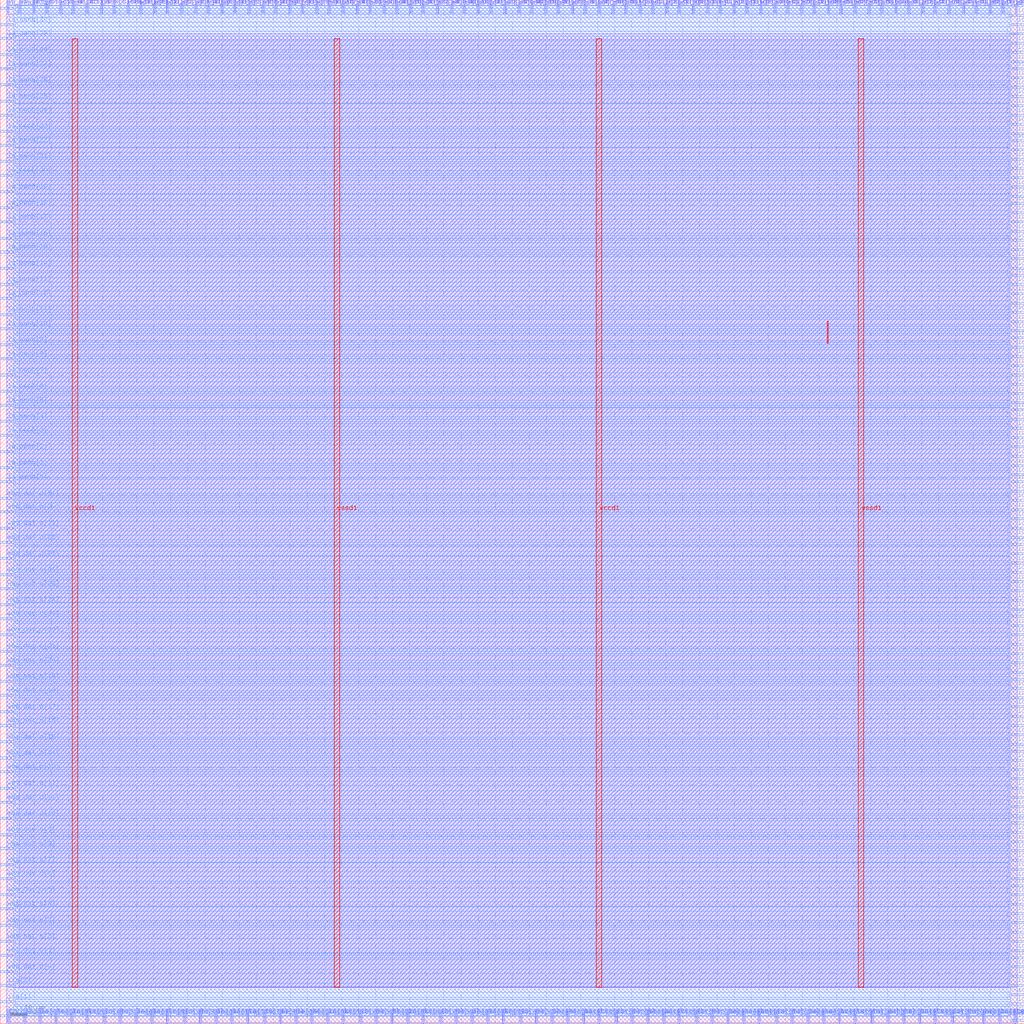
<source format=lef>
VERSION 5.7 ;
  NOWIREEXTENSIONATPIN ON ;
  DIVIDERCHAR "/" ;
  BUSBITCHARS "[]" ;
MACRO wrapped_nco
  CLASS BLOCK ;
  FOREIGN wrapped_nco ;
  ORIGIN 0.000 0.000 ;
  SIZE 300.000 BY 300.000 ;
  PIN active
    DIRECTION INPUT ;
    USE SIGNAL ;
    PORT
      LAYER met2 ;
        RECT 25.390 296.000 25.670 300.000 ;
    END
  END active
  PIN io_in[0]
    DIRECTION INPUT ;
    USE SIGNAL ;
    PORT
      LAYER met3 ;
        RECT 296.000 0.720 300.000 1.320 ;
    END
  END io_in[0]
  PIN io_in[10]
    DIRECTION INPUT ;
    USE SIGNAL ;
    PORT
      LAYER met3 ;
        RECT 296.000 79.600 300.000 80.200 ;
    END
  END io_in[10]
  PIN io_in[11]
    DIRECTION INPUT ;
    USE SIGNAL ;
    PORT
      LAYER met3 ;
        RECT 296.000 87.080 300.000 87.680 ;
    END
  END io_in[11]
  PIN io_in[12]
    DIRECTION INPUT ;
    USE SIGNAL ;
    PORT
      LAYER met3 ;
        RECT 296.000 95.240 300.000 95.840 ;
    END
  END io_in[12]
  PIN io_in[13]
    DIRECTION INPUT ;
    USE SIGNAL ;
    PORT
      LAYER met3 ;
        RECT 296.000 102.720 300.000 103.320 ;
    END
  END io_in[13]
  PIN io_in[14]
    DIRECTION INPUT ;
    USE SIGNAL ;
    PORT
      LAYER met3 ;
        RECT 296.000 110.880 300.000 111.480 ;
    END
  END io_in[14]
  PIN io_in[15]
    DIRECTION INPUT ;
    USE SIGNAL ;
    PORT
      LAYER met3 ;
        RECT 296.000 119.040 300.000 119.640 ;
    END
  END io_in[15]
  PIN io_in[16]
    DIRECTION INPUT ;
    USE SIGNAL ;
    PORT
      LAYER met3 ;
        RECT 296.000 126.520 300.000 127.120 ;
    END
  END io_in[16]
  PIN io_in[17]
    DIRECTION INPUT ;
    USE SIGNAL ;
    PORT
      LAYER met3 ;
        RECT 296.000 134.680 300.000 135.280 ;
    END
  END io_in[17]
  PIN io_in[18]
    DIRECTION INPUT ;
    USE SIGNAL ;
    PORT
      LAYER met3 ;
        RECT 296.000 142.160 300.000 142.760 ;
    END
  END io_in[18]
  PIN io_in[19]
    DIRECTION INPUT ;
    USE SIGNAL ;
    PORT
      LAYER met3 ;
        RECT 296.000 150.320 300.000 150.920 ;
    END
  END io_in[19]
  PIN io_in[1]
    DIRECTION INPUT ;
    USE SIGNAL ;
    PORT
      LAYER met3 ;
        RECT 296.000 8.200 300.000 8.800 ;
    END
  END io_in[1]
  PIN io_in[20]
    DIRECTION INPUT ;
    USE SIGNAL ;
    PORT
      LAYER met3 ;
        RECT 296.000 158.480 300.000 159.080 ;
    END
  END io_in[20]
  PIN io_in[21]
    DIRECTION INPUT ;
    USE SIGNAL ;
    PORT
      LAYER met3 ;
        RECT 296.000 165.960 300.000 166.560 ;
    END
  END io_in[21]
  PIN io_in[22]
    DIRECTION INPUT ;
    USE SIGNAL ;
    PORT
      LAYER met3 ;
        RECT 296.000 174.120 300.000 174.720 ;
    END
  END io_in[22]
  PIN io_in[23]
    DIRECTION INPUT ;
    USE SIGNAL ;
    PORT
      LAYER met3 ;
        RECT 296.000 181.600 300.000 182.200 ;
    END
  END io_in[23]
  PIN io_in[24]
    DIRECTION INPUT ;
    USE SIGNAL ;
    PORT
      LAYER met3 ;
        RECT 296.000 189.760 300.000 190.360 ;
    END
  END io_in[24]
  PIN io_in[25]
    DIRECTION INPUT ;
    USE SIGNAL ;
    PORT
      LAYER met3 ;
        RECT 296.000 197.920 300.000 198.520 ;
    END
  END io_in[25]
  PIN io_in[26]
    DIRECTION INPUT ;
    USE SIGNAL ;
    PORT
      LAYER met3 ;
        RECT 296.000 205.400 300.000 206.000 ;
    END
  END io_in[26]
  PIN io_in[27]
    DIRECTION INPUT ;
    USE SIGNAL ;
    PORT
      LAYER met3 ;
        RECT 296.000 213.560 300.000 214.160 ;
    END
  END io_in[27]
  PIN io_in[28]
    DIRECTION INPUT ;
    USE SIGNAL ;
    PORT
      LAYER met3 ;
        RECT 296.000 221.040 300.000 221.640 ;
    END
  END io_in[28]
  PIN io_in[29]
    DIRECTION INPUT ;
    USE SIGNAL ;
    PORT
      LAYER met3 ;
        RECT 296.000 229.200 300.000 229.800 ;
    END
  END io_in[29]
  PIN io_in[2]
    DIRECTION INPUT ;
    USE SIGNAL ;
    PORT
      LAYER met3 ;
        RECT 296.000 16.360 300.000 16.960 ;
    END
  END io_in[2]
  PIN io_in[30]
    DIRECTION INPUT ;
    USE SIGNAL ;
    PORT
      LAYER met3 ;
        RECT 296.000 237.360 300.000 237.960 ;
    END
  END io_in[30]
  PIN io_in[31]
    DIRECTION INPUT ;
    USE SIGNAL ;
    PORT
      LAYER met3 ;
        RECT 296.000 244.840 300.000 245.440 ;
    END
  END io_in[31]
  PIN io_in[32]
    DIRECTION INPUT ;
    USE SIGNAL ;
    PORT
      LAYER met3 ;
        RECT 296.000 253.000 300.000 253.600 ;
    END
  END io_in[32]
  PIN io_in[33]
    DIRECTION INPUT ;
    USE SIGNAL ;
    PORT
      LAYER met3 ;
        RECT 296.000 260.480 300.000 261.080 ;
    END
  END io_in[33]
  PIN io_in[34]
    DIRECTION INPUT ;
    USE SIGNAL ;
    PORT
      LAYER met3 ;
        RECT 296.000 268.640 300.000 269.240 ;
    END
  END io_in[34]
  PIN io_in[35]
    DIRECTION INPUT ;
    USE SIGNAL ;
    PORT
      LAYER met3 ;
        RECT 296.000 276.800 300.000 277.400 ;
    END
  END io_in[35]
  PIN io_in[36]
    DIRECTION INPUT ;
    USE SIGNAL ;
    PORT
      LAYER met3 ;
        RECT 296.000 284.280 300.000 284.880 ;
    END
  END io_in[36]
  PIN io_in[37]
    DIRECTION INPUT ;
    USE SIGNAL ;
    PORT
      LAYER met3 ;
        RECT 296.000 292.440 300.000 293.040 ;
    END
  END io_in[37]
  PIN io_in[3]
    DIRECTION INPUT ;
    USE SIGNAL ;
    PORT
      LAYER met3 ;
        RECT 296.000 23.840 300.000 24.440 ;
    END
  END io_in[3]
  PIN io_in[4]
    DIRECTION INPUT ;
    USE SIGNAL ;
    PORT
      LAYER met3 ;
        RECT 296.000 32.000 300.000 32.600 ;
    END
  END io_in[4]
  PIN io_in[5]
    DIRECTION INPUT ;
    USE SIGNAL ;
    PORT
      LAYER met3 ;
        RECT 296.000 40.160 300.000 40.760 ;
    END
  END io_in[5]
  PIN io_in[6]
    DIRECTION INPUT ;
    USE SIGNAL ;
    PORT
      LAYER met3 ;
        RECT 296.000 47.640 300.000 48.240 ;
    END
  END io_in[6]
  PIN io_in[7]
    DIRECTION INPUT ;
    USE SIGNAL ;
    PORT
      LAYER met3 ;
        RECT 296.000 55.800 300.000 56.400 ;
    END
  END io_in[7]
  PIN io_in[8]
    DIRECTION INPUT ;
    USE SIGNAL ;
    PORT
      LAYER met3 ;
        RECT 296.000 63.280 300.000 63.880 ;
    END
  END io_in[8]
  PIN io_in[9]
    DIRECTION INPUT ;
    USE SIGNAL ;
    PORT
      LAYER met3 ;
        RECT 296.000 71.440 300.000 72.040 ;
    END
  END io_in[9]
  PIN io_oeb[0]
    DIRECTION OUTPUT TRISTATE ;
    USE SIGNAL ;
    PORT
      LAYER met3 ;
        RECT 296.000 5.480 300.000 6.080 ;
    END
  END io_oeb[0]
  PIN io_oeb[10]
    DIRECTION OUTPUT TRISTATE ;
    USE SIGNAL ;
    PORT
      LAYER met3 ;
        RECT 296.000 84.360 300.000 84.960 ;
    END
  END io_oeb[10]
  PIN io_oeb[11]
    DIRECTION OUTPUT TRISTATE ;
    USE SIGNAL ;
    PORT
      LAYER met3 ;
        RECT 296.000 92.520 300.000 93.120 ;
    END
  END io_oeb[11]
  PIN io_oeb[12]
    DIRECTION OUTPUT TRISTATE ;
    USE SIGNAL ;
    PORT
      LAYER met3 ;
        RECT 296.000 100.680 300.000 101.280 ;
    END
  END io_oeb[12]
  PIN io_oeb[13]
    DIRECTION OUTPUT TRISTATE ;
    USE SIGNAL ;
    PORT
      LAYER met3 ;
        RECT 296.000 108.160 300.000 108.760 ;
    END
  END io_oeb[13]
  PIN io_oeb[14]
    DIRECTION OUTPUT TRISTATE ;
    USE SIGNAL ;
    PORT
      LAYER met3 ;
        RECT 296.000 116.320 300.000 116.920 ;
    END
  END io_oeb[14]
  PIN io_oeb[15]
    DIRECTION OUTPUT TRISTATE ;
    USE SIGNAL ;
    PORT
      LAYER met3 ;
        RECT 296.000 123.800 300.000 124.400 ;
    END
  END io_oeb[15]
  PIN io_oeb[16]
    DIRECTION OUTPUT TRISTATE ;
    USE SIGNAL ;
    PORT
      LAYER met3 ;
        RECT 296.000 131.960 300.000 132.560 ;
    END
  END io_oeb[16]
  PIN io_oeb[17]
    DIRECTION OUTPUT TRISTATE ;
    USE SIGNAL ;
    PORT
      LAYER met3 ;
        RECT 296.000 140.120 300.000 140.720 ;
    END
  END io_oeb[17]
  PIN io_oeb[18]
    DIRECTION OUTPUT TRISTATE ;
    USE SIGNAL ;
    PORT
      LAYER met3 ;
        RECT 296.000 147.600 300.000 148.200 ;
    END
  END io_oeb[18]
  PIN io_oeb[19]
    DIRECTION OUTPUT TRISTATE ;
    USE SIGNAL ;
    PORT
      LAYER met3 ;
        RECT 296.000 155.760 300.000 156.360 ;
    END
  END io_oeb[19]
  PIN io_oeb[1]
    DIRECTION OUTPUT TRISTATE ;
    USE SIGNAL ;
    PORT
      LAYER met3 ;
        RECT 296.000 13.640 300.000 14.240 ;
    END
  END io_oeb[1]
  PIN io_oeb[20]
    DIRECTION OUTPUT TRISTATE ;
    USE SIGNAL ;
    PORT
      LAYER met3 ;
        RECT 296.000 163.240 300.000 163.840 ;
    END
  END io_oeb[20]
  PIN io_oeb[21]
    DIRECTION OUTPUT TRISTATE ;
    USE SIGNAL ;
    PORT
      LAYER met3 ;
        RECT 296.000 171.400 300.000 172.000 ;
    END
  END io_oeb[21]
  PIN io_oeb[22]
    DIRECTION OUTPUT TRISTATE ;
    USE SIGNAL ;
    PORT
      LAYER met3 ;
        RECT 296.000 179.560 300.000 180.160 ;
    END
  END io_oeb[22]
  PIN io_oeb[23]
    DIRECTION OUTPUT TRISTATE ;
    USE SIGNAL ;
    PORT
      LAYER met3 ;
        RECT 296.000 187.040 300.000 187.640 ;
    END
  END io_oeb[23]
  PIN io_oeb[24]
    DIRECTION OUTPUT TRISTATE ;
    USE SIGNAL ;
    PORT
      LAYER met3 ;
        RECT 296.000 195.200 300.000 195.800 ;
    END
  END io_oeb[24]
  PIN io_oeb[25]
    DIRECTION OUTPUT TRISTATE ;
    USE SIGNAL ;
    PORT
      LAYER met3 ;
        RECT 296.000 202.680 300.000 203.280 ;
    END
  END io_oeb[25]
  PIN io_oeb[26]
    DIRECTION OUTPUT TRISTATE ;
    USE SIGNAL ;
    PORT
      LAYER met3 ;
        RECT 296.000 210.840 300.000 211.440 ;
    END
  END io_oeb[26]
  PIN io_oeb[27]
    DIRECTION OUTPUT TRISTATE ;
    USE SIGNAL ;
    PORT
      LAYER met3 ;
        RECT 296.000 219.000 300.000 219.600 ;
    END
  END io_oeb[27]
  PIN io_oeb[28]
    DIRECTION OUTPUT TRISTATE ;
    USE SIGNAL ;
    PORT
      LAYER met3 ;
        RECT 296.000 226.480 300.000 227.080 ;
    END
  END io_oeb[28]
  PIN io_oeb[29]
    DIRECTION OUTPUT TRISTATE ;
    USE SIGNAL ;
    PORT
      LAYER met3 ;
        RECT 296.000 234.640 300.000 235.240 ;
    END
  END io_oeb[29]
  PIN io_oeb[2]
    DIRECTION OUTPUT TRISTATE ;
    USE SIGNAL ;
    PORT
      LAYER met3 ;
        RECT 296.000 21.120 300.000 21.720 ;
    END
  END io_oeb[2]
  PIN io_oeb[30]
    DIRECTION OUTPUT TRISTATE ;
    USE SIGNAL ;
    PORT
      LAYER met3 ;
        RECT 296.000 242.120 300.000 242.720 ;
    END
  END io_oeb[30]
  PIN io_oeb[31]
    DIRECTION OUTPUT TRISTATE ;
    USE SIGNAL ;
    PORT
      LAYER met3 ;
        RECT 296.000 250.280 300.000 250.880 ;
    END
  END io_oeb[31]
  PIN io_oeb[32]
    DIRECTION OUTPUT TRISTATE ;
    USE SIGNAL ;
    PORT
      LAYER met3 ;
        RECT 296.000 258.440 300.000 259.040 ;
    END
  END io_oeb[32]
  PIN io_oeb[33]
    DIRECTION OUTPUT TRISTATE ;
    USE SIGNAL ;
    PORT
      LAYER met3 ;
        RECT 296.000 265.920 300.000 266.520 ;
    END
  END io_oeb[33]
  PIN io_oeb[34]
    DIRECTION OUTPUT TRISTATE ;
    USE SIGNAL ;
    PORT
      LAYER met3 ;
        RECT 296.000 274.080 300.000 274.680 ;
    END
  END io_oeb[34]
  PIN io_oeb[35]
    DIRECTION OUTPUT TRISTATE ;
    USE SIGNAL ;
    PORT
      LAYER met3 ;
        RECT 296.000 281.560 300.000 282.160 ;
    END
  END io_oeb[35]
  PIN io_oeb[36]
    DIRECTION OUTPUT TRISTATE ;
    USE SIGNAL ;
    PORT
      LAYER met3 ;
        RECT 296.000 289.720 300.000 290.320 ;
    END
  END io_oeb[36]
  PIN io_oeb[37]
    DIRECTION OUTPUT TRISTATE ;
    USE SIGNAL ;
    PORT
      LAYER met3 ;
        RECT 296.000 297.880 300.000 298.480 ;
    END
  END io_oeb[37]
  PIN io_oeb[3]
    DIRECTION OUTPUT TRISTATE ;
    USE SIGNAL ;
    PORT
      LAYER met3 ;
        RECT 296.000 29.280 300.000 29.880 ;
    END
  END io_oeb[3]
  PIN io_oeb[4]
    DIRECTION OUTPUT TRISTATE ;
    USE SIGNAL ;
    PORT
      LAYER met3 ;
        RECT 296.000 37.440 300.000 38.040 ;
    END
  END io_oeb[4]
  PIN io_oeb[5]
    DIRECTION OUTPUT TRISTATE ;
    USE SIGNAL ;
    PORT
      LAYER met3 ;
        RECT 296.000 44.920 300.000 45.520 ;
    END
  END io_oeb[5]
  PIN io_oeb[6]
    DIRECTION OUTPUT TRISTATE ;
    USE SIGNAL ;
    PORT
      LAYER met3 ;
        RECT 296.000 53.080 300.000 53.680 ;
    END
  END io_oeb[6]
  PIN io_oeb[7]
    DIRECTION OUTPUT TRISTATE ;
    USE SIGNAL ;
    PORT
      LAYER met3 ;
        RECT 296.000 60.560 300.000 61.160 ;
    END
  END io_oeb[7]
  PIN io_oeb[8]
    DIRECTION OUTPUT TRISTATE ;
    USE SIGNAL ;
    PORT
      LAYER met3 ;
        RECT 296.000 68.720 300.000 69.320 ;
    END
  END io_oeb[8]
  PIN io_oeb[9]
    DIRECTION OUTPUT TRISTATE ;
    USE SIGNAL ;
    PORT
      LAYER met3 ;
        RECT 296.000 76.880 300.000 77.480 ;
    END
  END io_oeb[9]
  PIN io_out[0]
    DIRECTION OUTPUT TRISTATE ;
    USE SIGNAL ;
    PORT
      LAYER met3 ;
        RECT 296.000 2.760 300.000 3.360 ;
    END
  END io_out[0]
  PIN io_out[10]
    DIRECTION OUTPUT TRISTATE ;
    USE SIGNAL ;
    PORT
      LAYER met3 ;
        RECT 296.000 81.640 300.000 82.240 ;
    END
  END io_out[10]
  PIN io_out[11]
    DIRECTION OUTPUT TRISTATE ;
    USE SIGNAL ;
    PORT
      LAYER met3 ;
        RECT 296.000 89.800 300.000 90.400 ;
    END
  END io_out[11]
  PIN io_out[12]
    DIRECTION OUTPUT TRISTATE ;
    USE SIGNAL ;
    PORT
      LAYER met3 ;
        RECT 296.000 97.960 300.000 98.560 ;
    END
  END io_out[12]
  PIN io_out[13]
    DIRECTION OUTPUT TRISTATE ;
    USE SIGNAL ;
    PORT
      LAYER met3 ;
        RECT 296.000 105.440 300.000 106.040 ;
    END
  END io_out[13]
  PIN io_out[14]
    DIRECTION OUTPUT TRISTATE ;
    USE SIGNAL ;
    PORT
      LAYER met3 ;
        RECT 296.000 113.600 300.000 114.200 ;
    END
  END io_out[14]
  PIN io_out[15]
    DIRECTION OUTPUT TRISTATE ;
    USE SIGNAL ;
    PORT
      LAYER met3 ;
        RECT 296.000 121.080 300.000 121.680 ;
    END
  END io_out[15]
  PIN io_out[16]
    DIRECTION OUTPUT TRISTATE ;
    USE SIGNAL ;
    PORT
      LAYER met3 ;
        RECT 296.000 129.240 300.000 129.840 ;
    END
  END io_out[16]
  PIN io_out[17]
    DIRECTION OUTPUT TRISTATE ;
    USE SIGNAL ;
    PORT
      LAYER met3 ;
        RECT 296.000 137.400 300.000 138.000 ;
    END
  END io_out[17]
  PIN io_out[18]
    DIRECTION OUTPUT TRISTATE ;
    USE SIGNAL ;
    PORT
      LAYER met3 ;
        RECT 296.000 144.880 300.000 145.480 ;
    END
  END io_out[18]
  PIN io_out[19]
    DIRECTION OUTPUT TRISTATE ;
    USE SIGNAL ;
    PORT
      LAYER met3 ;
        RECT 296.000 153.040 300.000 153.640 ;
    END
  END io_out[19]
  PIN io_out[1]
    DIRECTION OUTPUT TRISTATE ;
    USE SIGNAL ;
    PORT
      LAYER met3 ;
        RECT 296.000 10.920 300.000 11.520 ;
    END
  END io_out[1]
  PIN io_out[20]
    DIRECTION OUTPUT TRISTATE ;
    USE SIGNAL ;
    PORT
      LAYER met3 ;
        RECT 296.000 160.520 300.000 161.120 ;
    END
  END io_out[20]
  PIN io_out[21]
    DIRECTION OUTPUT TRISTATE ;
    USE SIGNAL ;
    PORT
      LAYER met3 ;
        RECT 296.000 168.680 300.000 169.280 ;
    END
  END io_out[21]
  PIN io_out[22]
    DIRECTION OUTPUT TRISTATE ;
    USE SIGNAL ;
    PORT
      LAYER met3 ;
        RECT 296.000 176.840 300.000 177.440 ;
    END
  END io_out[22]
  PIN io_out[23]
    DIRECTION OUTPUT TRISTATE ;
    USE SIGNAL ;
    PORT
      LAYER met3 ;
        RECT 296.000 184.320 300.000 184.920 ;
    END
  END io_out[23]
  PIN io_out[24]
    DIRECTION OUTPUT TRISTATE ;
    USE SIGNAL ;
    PORT
      LAYER met3 ;
        RECT 296.000 192.480 300.000 193.080 ;
    END
  END io_out[24]
  PIN io_out[25]
    DIRECTION OUTPUT TRISTATE ;
    USE SIGNAL ;
    PORT
      LAYER met3 ;
        RECT 296.000 200.640 300.000 201.240 ;
    END
  END io_out[25]
  PIN io_out[26]
    DIRECTION OUTPUT TRISTATE ;
    USE SIGNAL ;
    PORT
      LAYER met3 ;
        RECT 296.000 208.120 300.000 208.720 ;
    END
  END io_out[26]
  PIN io_out[27]
    DIRECTION OUTPUT TRISTATE ;
    USE SIGNAL ;
    PORT
      LAYER met3 ;
        RECT 296.000 216.280 300.000 216.880 ;
    END
  END io_out[27]
  PIN io_out[28]
    DIRECTION OUTPUT TRISTATE ;
    USE SIGNAL ;
    PORT
      LAYER met3 ;
        RECT 296.000 223.760 300.000 224.360 ;
    END
  END io_out[28]
  PIN io_out[29]
    DIRECTION OUTPUT TRISTATE ;
    USE SIGNAL ;
    PORT
      LAYER met3 ;
        RECT 296.000 231.920 300.000 232.520 ;
    END
  END io_out[29]
  PIN io_out[2]
    DIRECTION OUTPUT TRISTATE ;
    USE SIGNAL ;
    PORT
      LAYER met3 ;
        RECT 296.000 19.080 300.000 19.680 ;
    END
  END io_out[2]
  PIN io_out[30]
    DIRECTION OUTPUT TRISTATE ;
    USE SIGNAL ;
    PORT
      LAYER met3 ;
        RECT 296.000 240.080 300.000 240.680 ;
    END
  END io_out[30]
  PIN io_out[31]
    DIRECTION OUTPUT TRISTATE ;
    USE SIGNAL ;
    PORT
      LAYER met3 ;
        RECT 296.000 247.560 300.000 248.160 ;
    END
  END io_out[31]
  PIN io_out[32]
    DIRECTION OUTPUT TRISTATE ;
    USE SIGNAL ;
    PORT
      LAYER met3 ;
        RECT 296.000 255.720 300.000 256.320 ;
    END
  END io_out[32]
  PIN io_out[33]
    DIRECTION OUTPUT TRISTATE ;
    USE SIGNAL ;
    PORT
      LAYER met3 ;
        RECT 296.000 263.200 300.000 263.800 ;
    END
  END io_out[33]
  PIN io_out[34]
    DIRECTION OUTPUT TRISTATE ;
    USE SIGNAL ;
    PORT
      LAYER met3 ;
        RECT 296.000 271.360 300.000 271.960 ;
    END
  END io_out[34]
  PIN io_out[35]
    DIRECTION OUTPUT TRISTATE ;
    USE SIGNAL ;
    PORT
      LAYER met3 ;
        RECT 296.000 279.520 300.000 280.120 ;
    END
  END io_out[35]
  PIN io_out[36]
    DIRECTION OUTPUT TRISTATE ;
    USE SIGNAL ;
    PORT
      LAYER met3 ;
        RECT 296.000 287.000 300.000 287.600 ;
    END
  END io_out[36]
  PIN io_out[37]
    DIRECTION OUTPUT TRISTATE ;
    USE SIGNAL ;
    PORT
      LAYER met3 ;
        RECT 296.000 295.160 300.000 295.760 ;
    END
  END io_out[37]
  PIN io_out[3]
    DIRECTION OUTPUT TRISTATE ;
    USE SIGNAL ;
    PORT
      LAYER met3 ;
        RECT 296.000 26.560 300.000 27.160 ;
    END
  END io_out[3]
  PIN io_out[4]
    DIRECTION OUTPUT TRISTATE ;
    USE SIGNAL ;
    PORT
      LAYER met3 ;
        RECT 296.000 34.720 300.000 35.320 ;
    END
  END io_out[4]
  PIN io_out[5]
    DIRECTION OUTPUT TRISTATE ;
    USE SIGNAL ;
    PORT
      LAYER met3 ;
        RECT 296.000 42.200 300.000 42.800 ;
    END
  END io_out[5]
  PIN io_out[6]
    DIRECTION OUTPUT TRISTATE ;
    USE SIGNAL ;
    PORT
      LAYER met3 ;
        RECT 296.000 50.360 300.000 50.960 ;
    END
  END io_out[6]
  PIN io_out[7]
    DIRECTION OUTPUT TRISTATE ;
    USE SIGNAL ;
    PORT
      LAYER met3 ;
        RECT 296.000 58.520 300.000 59.120 ;
    END
  END io_out[7]
  PIN io_out[8]
    DIRECTION OUTPUT TRISTATE ;
    USE SIGNAL ;
    PORT
      LAYER met3 ;
        RECT 296.000 66.000 300.000 66.600 ;
    END
  END io_out[8]
  PIN io_out[9]
    DIRECTION OUTPUT TRISTATE ;
    USE SIGNAL ;
    PORT
      LAYER met3 ;
        RECT 296.000 74.160 300.000 74.760 ;
    END
  END io_out[9]
  PIN irq[0]
    DIRECTION OUTPUT TRISTATE ;
    USE SIGNAL ;
    PORT
      LAYER met3 ;
        RECT 0.000 2.080 4.000 2.680 ;
    END
  END irq[0]
  PIN irq[1]
    DIRECTION OUTPUT TRISTATE ;
    USE SIGNAL ;
    PORT
      LAYER met3 ;
        RECT 0.000 6.160 4.000 6.760 ;
    END
  END irq[1]
  PIN irq[2]
    DIRECTION OUTPUT TRISTATE ;
    USE SIGNAL ;
    PORT
      LAYER met3 ;
        RECT 0.000 10.920 4.000 11.520 ;
    END
  END irq[2]
  PIN la_data_in[0]
    DIRECTION INPUT ;
    USE SIGNAL ;
    PORT
      LAYER met2 ;
        RECT 2.390 0.000 2.670 4.000 ;
    END
  END la_data_in[0]
  PIN la_data_in[10]
    DIRECTION INPUT ;
    USE SIGNAL ;
    PORT
      LAYER met2 ;
        RECT 48.850 0.000 49.130 4.000 ;
    END
  END la_data_in[10]
  PIN la_data_in[11]
    DIRECTION INPUT ;
    USE SIGNAL ;
    PORT
      LAYER met2 ;
        RECT 53.910 0.000 54.190 4.000 ;
    END
  END la_data_in[11]
  PIN la_data_in[12]
    DIRECTION INPUT ;
    USE SIGNAL ;
    PORT
      LAYER met2 ;
        RECT 58.510 0.000 58.790 4.000 ;
    END
  END la_data_in[12]
  PIN la_data_in[13]
    DIRECTION INPUT ;
    USE SIGNAL ;
    PORT
      LAYER met2 ;
        RECT 63.110 0.000 63.390 4.000 ;
    END
  END la_data_in[13]
  PIN la_data_in[14]
    DIRECTION INPUT ;
    USE SIGNAL ;
    PORT
      LAYER met2 ;
        RECT 67.710 0.000 67.990 4.000 ;
    END
  END la_data_in[14]
  PIN la_data_in[15]
    DIRECTION INPUT ;
    USE SIGNAL ;
    PORT
      LAYER met2 ;
        RECT 72.310 0.000 72.590 4.000 ;
    END
  END la_data_in[15]
  PIN la_data_in[16]
    DIRECTION INPUT ;
    USE SIGNAL ;
    PORT
      LAYER met2 ;
        RECT 77.370 0.000 77.650 4.000 ;
    END
  END la_data_in[16]
  PIN la_data_in[17]
    DIRECTION INPUT ;
    USE SIGNAL ;
    PORT
      LAYER met2 ;
        RECT 81.970 0.000 82.250 4.000 ;
    END
  END la_data_in[17]
  PIN la_data_in[18]
    DIRECTION INPUT ;
    USE SIGNAL ;
    PORT
      LAYER met2 ;
        RECT 86.570 0.000 86.850 4.000 ;
    END
  END la_data_in[18]
  PIN la_data_in[19]
    DIRECTION INPUT ;
    USE SIGNAL ;
    PORT
      LAYER met2 ;
        RECT 91.170 0.000 91.450 4.000 ;
    END
  END la_data_in[19]
  PIN la_data_in[1]
    DIRECTION INPUT ;
    USE SIGNAL ;
    PORT
      LAYER met2 ;
        RECT 6.990 0.000 7.270 4.000 ;
    END
  END la_data_in[1]
  PIN la_data_in[20]
    DIRECTION INPUT ;
    USE SIGNAL ;
    PORT
      LAYER met2 ;
        RECT 95.770 0.000 96.050 4.000 ;
    END
  END la_data_in[20]
  PIN la_data_in[21]
    DIRECTION INPUT ;
    USE SIGNAL ;
    PORT
      LAYER met2 ;
        RECT 100.370 0.000 100.650 4.000 ;
    END
  END la_data_in[21]
  PIN la_data_in[22]
    DIRECTION INPUT ;
    USE SIGNAL ;
    PORT
      LAYER met2 ;
        RECT 105.430 0.000 105.710 4.000 ;
    END
  END la_data_in[22]
  PIN la_data_in[23]
    DIRECTION INPUT ;
    USE SIGNAL ;
    PORT
      LAYER met2 ;
        RECT 110.030 0.000 110.310 4.000 ;
    END
  END la_data_in[23]
  PIN la_data_in[24]
    DIRECTION INPUT ;
    USE SIGNAL ;
    PORT
      LAYER met2 ;
        RECT 114.630 0.000 114.910 4.000 ;
    END
  END la_data_in[24]
  PIN la_data_in[25]
    DIRECTION INPUT ;
    USE SIGNAL ;
    PORT
      LAYER met2 ;
        RECT 119.230 0.000 119.510 4.000 ;
    END
  END la_data_in[25]
  PIN la_data_in[26]
    DIRECTION INPUT ;
    USE SIGNAL ;
    PORT
      LAYER met2 ;
        RECT 123.830 0.000 124.110 4.000 ;
    END
  END la_data_in[26]
  PIN la_data_in[27]
    DIRECTION INPUT ;
    USE SIGNAL ;
    PORT
      LAYER met2 ;
        RECT 128.890 0.000 129.170 4.000 ;
    END
  END la_data_in[27]
  PIN la_data_in[28]
    DIRECTION INPUT ;
    USE SIGNAL ;
    PORT
      LAYER met2 ;
        RECT 133.490 0.000 133.770 4.000 ;
    END
  END la_data_in[28]
  PIN la_data_in[29]
    DIRECTION INPUT ;
    USE SIGNAL ;
    PORT
      LAYER met2 ;
        RECT 138.090 0.000 138.370 4.000 ;
    END
  END la_data_in[29]
  PIN la_data_in[2]
    DIRECTION INPUT ;
    USE SIGNAL ;
    PORT
      LAYER met2 ;
        RECT 11.590 0.000 11.870 4.000 ;
    END
  END la_data_in[2]
  PIN la_data_in[30]
    DIRECTION INPUT ;
    USE SIGNAL ;
    PORT
      LAYER met2 ;
        RECT 142.690 0.000 142.970 4.000 ;
    END
  END la_data_in[30]
  PIN la_data_in[31]
    DIRECTION INPUT ;
    USE SIGNAL ;
    PORT
      LAYER met2 ;
        RECT 147.290 0.000 147.570 4.000 ;
    END
  END la_data_in[31]
  PIN la_data_in[3]
    DIRECTION INPUT ;
    USE SIGNAL ;
    PORT
      LAYER met2 ;
        RECT 16.190 0.000 16.470 4.000 ;
    END
  END la_data_in[3]
  PIN la_data_in[4]
    DIRECTION INPUT ;
    USE SIGNAL ;
    PORT
      LAYER met2 ;
        RECT 20.790 0.000 21.070 4.000 ;
    END
  END la_data_in[4]
  PIN la_data_in[5]
    DIRECTION INPUT ;
    USE SIGNAL ;
    PORT
      LAYER met2 ;
        RECT 25.390 0.000 25.670 4.000 ;
    END
  END la_data_in[5]
  PIN la_data_in[6]
    DIRECTION INPUT ;
    USE SIGNAL ;
    PORT
      LAYER met2 ;
        RECT 30.450 0.000 30.730 4.000 ;
    END
  END la_data_in[6]
  PIN la_data_in[7]
    DIRECTION INPUT ;
    USE SIGNAL ;
    PORT
      LAYER met2 ;
        RECT 35.050 0.000 35.330 4.000 ;
    END
  END la_data_in[7]
  PIN la_data_in[8]
    DIRECTION INPUT ;
    USE SIGNAL ;
    PORT
      LAYER met2 ;
        RECT 39.650 0.000 39.930 4.000 ;
    END
  END la_data_in[8]
  PIN la_data_in[9]
    DIRECTION INPUT ;
    USE SIGNAL ;
    PORT
      LAYER met2 ;
        RECT 44.250 0.000 44.530 4.000 ;
    END
  END la_data_in[9]
  PIN la_data_out[0]
    DIRECTION OUTPUT TRISTATE ;
    USE SIGNAL ;
    PORT
      LAYER met2 ;
        RECT 152.350 0.000 152.630 4.000 ;
    END
  END la_data_out[0]
  PIN la_data_out[10]
    DIRECTION OUTPUT TRISTATE ;
    USE SIGNAL ;
    PORT
      LAYER met2 ;
        RECT 198.810 0.000 199.090 4.000 ;
    END
  END la_data_out[10]
  PIN la_data_out[11]
    DIRECTION OUTPUT TRISTATE ;
    USE SIGNAL ;
    PORT
      LAYER met2 ;
        RECT 203.870 0.000 204.150 4.000 ;
    END
  END la_data_out[11]
  PIN la_data_out[12]
    DIRECTION OUTPUT TRISTATE ;
    USE SIGNAL ;
    PORT
      LAYER met2 ;
        RECT 208.470 0.000 208.750 4.000 ;
    END
  END la_data_out[12]
  PIN la_data_out[13]
    DIRECTION OUTPUT TRISTATE ;
    USE SIGNAL ;
    PORT
      LAYER met2 ;
        RECT 213.070 0.000 213.350 4.000 ;
    END
  END la_data_out[13]
  PIN la_data_out[14]
    DIRECTION OUTPUT TRISTATE ;
    USE SIGNAL ;
    PORT
      LAYER met2 ;
        RECT 217.670 0.000 217.950 4.000 ;
    END
  END la_data_out[14]
  PIN la_data_out[15]
    DIRECTION OUTPUT TRISTATE ;
    USE SIGNAL ;
    PORT
      LAYER met2 ;
        RECT 222.270 0.000 222.550 4.000 ;
    END
  END la_data_out[15]
  PIN la_data_out[16]
    DIRECTION OUTPUT TRISTATE ;
    USE SIGNAL ;
    PORT
      LAYER met2 ;
        RECT 227.330 0.000 227.610 4.000 ;
    END
  END la_data_out[16]
  PIN la_data_out[17]
    DIRECTION OUTPUT TRISTATE ;
    USE SIGNAL ;
    PORT
      LAYER met2 ;
        RECT 231.930 0.000 232.210 4.000 ;
    END
  END la_data_out[17]
  PIN la_data_out[18]
    DIRECTION OUTPUT TRISTATE ;
    USE SIGNAL ;
    PORT
      LAYER met2 ;
        RECT 236.530 0.000 236.810 4.000 ;
    END
  END la_data_out[18]
  PIN la_data_out[19]
    DIRECTION OUTPUT TRISTATE ;
    USE SIGNAL ;
    PORT
      LAYER met2 ;
        RECT 241.130 0.000 241.410 4.000 ;
    END
  END la_data_out[19]
  PIN la_data_out[1]
    DIRECTION OUTPUT TRISTATE ;
    USE SIGNAL ;
    PORT
      LAYER met2 ;
        RECT 156.950 0.000 157.230 4.000 ;
    END
  END la_data_out[1]
  PIN la_data_out[20]
    DIRECTION OUTPUT TRISTATE ;
    USE SIGNAL ;
    PORT
      LAYER met2 ;
        RECT 245.730 0.000 246.010 4.000 ;
    END
  END la_data_out[20]
  PIN la_data_out[21]
    DIRECTION OUTPUT TRISTATE ;
    USE SIGNAL ;
    PORT
      LAYER met2 ;
        RECT 250.330 0.000 250.610 4.000 ;
    END
  END la_data_out[21]
  PIN la_data_out[22]
    DIRECTION OUTPUT TRISTATE ;
    USE SIGNAL ;
    PORT
      LAYER met2 ;
        RECT 255.390 0.000 255.670 4.000 ;
    END
  END la_data_out[22]
  PIN la_data_out[23]
    DIRECTION OUTPUT TRISTATE ;
    USE SIGNAL ;
    PORT
      LAYER met2 ;
        RECT 259.990 0.000 260.270 4.000 ;
    END
  END la_data_out[23]
  PIN la_data_out[24]
    DIRECTION OUTPUT TRISTATE ;
    USE SIGNAL ;
    PORT
      LAYER met2 ;
        RECT 264.590 0.000 264.870 4.000 ;
    END
  END la_data_out[24]
  PIN la_data_out[25]
    DIRECTION OUTPUT TRISTATE ;
    USE SIGNAL ;
    PORT
      LAYER met2 ;
        RECT 269.190 0.000 269.470 4.000 ;
    END
  END la_data_out[25]
  PIN la_data_out[26]
    DIRECTION OUTPUT TRISTATE ;
    USE SIGNAL ;
    PORT
      LAYER met2 ;
        RECT 273.790 0.000 274.070 4.000 ;
    END
  END la_data_out[26]
  PIN la_data_out[27]
    DIRECTION OUTPUT TRISTATE ;
    USE SIGNAL ;
    PORT
      LAYER met2 ;
        RECT 278.850 0.000 279.130 4.000 ;
    END
  END la_data_out[27]
  PIN la_data_out[28]
    DIRECTION OUTPUT TRISTATE ;
    USE SIGNAL ;
    PORT
      LAYER met2 ;
        RECT 283.450 0.000 283.730 4.000 ;
    END
  END la_data_out[28]
  PIN la_data_out[29]
    DIRECTION OUTPUT TRISTATE ;
    USE SIGNAL ;
    PORT
      LAYER met2 ;
        RECT 288.050 0.000 288.330 4.000 ;
    END
  END la_data_out[29]
  PIN la_data_out[2]
    DIRECTION OUTPUT TRISTATE ;
    USE SIGNAL ;
    PORT
      LAYER met2 ;
        RECT 161.550 0.000 161.830 4.000 ;
    END
  END la_data_out[2]
  PIN la_data_out[30]
    DIRECTION OUTPUT TRISTATE ;
    USE SIGNAL ;
    PORT
      LAYER met2 ;
        RECT 292.650 0.000 292.930 4.000 ;
    END
  END la_data_out[30]
  PIN la_data_out[31]
    DIRECTION OUTPUT TRISTATE ;
    USE SIGNAL ;
    PORT
      LAYER met2 ;
        RECT 297.250 0.000 297.530 4.000 ;
    END
  END la_data_out[31]
  PIN la_data_out[3]
    DIRECTION OUTPUT TRISTATE ;
    USE SIGNAL ;
    PORT
      LAYER met2 ;
        RECT 166.150 0.000 166.430 4.000 ;
    END
  END la_data_out[3]
  PIN la_data_out[4]
    DIRECTION OUTPUT TRISTATE ;
    USE SIGNAL ;
    PORT
      LAYER met2 ;
        RECT 170.750 0.000 171.030 4.000 ;
    END
  END la_data_out[4]
  PIN la_data_out[5]
    DIRECTION OUTPUT TRISTATE ;
    USE SIGNAL ;
    PORT
      LAYER met2 ;
        RECT 175.350 0.000 175.630 4.000 ;
    END
  END la_data_out[5]
  PIN la_data_out[6]
    DIRECTION OUTPUT TRISTATE ;
    USE SIGNAL ;
    PORT
      LAYER met2 ;
        RECT 180.410 0.000 180.690 4.000 ;
    END
  END la_data_out[6]
  PIN la_data_out[7]
    DIRECTION OUTPUT TRISTATE ;
    USE SIGNAL ;
    PORT
      LAYER met2 ;
        RECT 185.010 0.000 185.290 4.000 ;
    END
  END la_data_out[7]
  PIN la_data_out[8]
    DIRECTION OUTPUT TRISTATE ;
    USE SIGNAL ;
    PORT
      LAYER met2 ;
        RECT 189.610 0.000 189.890 4.000 ;
    END
  END la_data_out[8]
  PIN la_data_out[9]
    DIRECTION OUTPUT TRISTATE ;
    USE SIGNAL ;
    PORT
      LAYER met2 ;
        RECT 194.210 0.000 194.490 4.000 ;
    END
  END la_data_out[9]
  PIN la_oenb[0]
    DIRECTION INPUT ;
    USE SIGNAL ;
    PORT
      LAYER met3 ;
        RECT 0.000 158.480 4.000 159.080 ;
    END
  END la_oenb[0]
  PIN la_oenb[10]
    DIRECTION INPUT ;
    USE SIGNAL ;
    PORT
      LAYER met3 ;
        RECT 0.000 203.360 4.000 203.960 ;
    END
  END la_oenb[10]
  PIN la_oenb[11]
    DIRECTION INPUT ;
    USE SIGNAL ;
    PORT
      LAYER met3 ;
        RECT 0.000 207.440 4.000 208.040 ;
    END
  END la_oenb[11]
  PIN la_oenb[12]
    DIRECTION INPUT ;
    USE SIGNAL ;
    PORT
      LAYER met3 ;
        RECT 0.000 212.200 4.000 212.800 ;
    END
  END la_oenb[12]
  PIN la_oenb[13]
    DIRECTION INPUT ;
    USE SIGNAL ;
    PORT
      LAYER met3 ;
        RECT 0.000 216.280 4.000 216.880 ;
    END
  END la_oenb[13]
  PIN la_oenb[14]
    DIRECTION INPUT ;
    USE SIGNAL ;
    PORT
      LAYER met3 ;
        RECT 0.000 221.040 4.000 221.640 ;
    END
  END la_oenb[14]
  PIN la_oenb[15]
    DIRECTION INPUT ;
    USE SIGNAL ;
    PORT
      LAYER met3 ;
        RECT 0.000 225.800 4.000 226.400 ;
    END
  END la_oenb[15]
  PIN la_oenb[16]
    DIRECTION INPUT ;
    USE SIGNAL ;
    PORT
      LAYER met3 ;
        RECT 0.000 229.880 4.000 230.480 ;
    END
  END la_oenb[16]
  PIN la_oenb[17]
    DIRECTION INPUT ;
    USE SIGNAL ;
    PORT
      LAYER met3 ;
        RECT 0.000 234.640 4.000 235.240 ;
    END
  END la_oenb[17]
  PIN la_oenb[18]
    DIRECTION INPUT ;
    USE SIGNAL ;
    PORT
      LAYER met3 ;
        RECT 0.000 238.720 4.000 239.320 ;
    END
  END la_oenb[18]
  PIN la_oenb[19]
    DIRECTION INPUT ;
    USE SIGNAL ;
    PORT
      LAYER met3 ;
        RECT 0.000 243.480 4.000 244.080 ;
    END
  END la_oenb[19]
  PIN la_oenb[1]
    DIRECTION INPUT ;
    USE SIGNAL ;
    PORT
      LAYER met3 ;
        RECT 0.000 162.560 4.000 163.160 ;
    END
  END la_oenb[1]
  PIN la_oenb[20]
    DIRECTION INPUT ;
    USE SIGNAL ;
    PORT
      LAYER met3 ;
        RECT 0.000 248.240 4.000 248.840 ;
    END
  END la_oenb[20]
  PIN la_oenb[21]
    DIRECTION INPUT ;
    USE SIGNAL ;
    PORT
      LAYER met3 ;
        RECT 0.000 252.320 4.000 252.920 ;
    END
  END la_oenb[21]
  PIN la_oenb[22]
    DIRECTION INPUT ;
    USE SIGNAL ;
    PORT
      LAYER met3 ;
        RECT 0.000 257.080 4.000 257.680 ;
    END
  END la_oenb[22]
  PIN la_oenb[23]
    DIRECTION INPUT ;
    USE SIGNAL ;
    PORT
      LAYER met3 ;
        RECT 0.000 261.160 4.000 261.760 ;
    END
  END la_oenb[23]
  PIN la_oenb[24]
    DIRECTION INPUT ;
    USE SIGNAL ;
    PORT
      LAYER met3 ;
        RECT 0.000 265.920 4.000 266.520 ;
    END
  END la_oenb[24]
  PIN la_oenb[25]
    DIRECTION INPUT ;
    USE SIGNAL ;
    PORT
      LAYER met3 ;
        RECT 0.000 270.000 4.000 270.600 ;
    END
  END la_oenb[25]
  PIN la_oenb[26]
    DIRECTION INPUT ;
    USE SIGNAL ;
    PORT
      LAYER met3 ;
        RECT 0.000 274.760 4.000 275.360 ;
    END
  END la_oenb[26]
  PIN la_oenb[27]
    DIRECTION INPUT ;
    USE SIGNAL ;
    PORT
      LAYER met3 ;
        RECT 0.000 279.520 4.000 280.120 ;
    END
  END la_oenb[27]
  PIN la_oenb[28]
    DIRECTION INPUT ;
    USE SIGNAL ;
    PORT
      LAYER met3 ;
        RECT 0.000 283.600 4.000 284.200 ;
    END
  END la_oenb[28]
  PIN la_oenb[29]
    DIRECTION INPUT ;
    USE SIGNAL ;
    PORT
      LAYER met3 ;
        RECT 0.000 288.360 4.000 288.960 ;
    END
  END la_oenb[29]
  PIN la_oenb[2]
    DIRECTION INPUT ;
    USE SIGNAL ;
    PORT
      LAYER met3 ;
        RECT 0.000 167.320 4.000 167.920 ;
    END
  END la_oenb[2]
  PIN la_oenb[30]
    DIRECTION INPUT ;
    USE SIGNAL ;
    PORT
      LAYER met3 ;
        RECT 0.000 292.440 4.000 293.040 ;
    END
  END la_oenb[30]
  PIN la_oenb[31]
    DIRECTION INPUT ;
    USE SIGNAL ;
    PORT
      LAYER met3 ;
        RECT 0.000 297.200 4.000 297.800 ;
    END
  END la_oenb[31]
  PIN la_oenb[3]
    DIRECTION INPUT ;
    USE SIGNAL ;
    PORT
      LAYER met3 ;
        RECT 0.000 172.080 4.000 172.680 ;
    END
  END la_oenb[3]
  PIN la_oenb[4]
    DIRECTION INPUT ;
    USE SIGNAL ;
    PORT
      LAYER met3 ;
        RECT 0.000 176.160 4.000 176.760 ;
    END
  END la_oenb[4]
  PIN la_oenb[5]
    DIRECTION INPUT ;
    USE SIGNAL ;
    PORT
      LAYER met3 ;
        RECT 0.000 180.920 4.000 181.520 ;
    END
  END la_oenb[5]
  PIN la_oenb[6]
    DIRECTION INPUT ;
    USE SIGNAL ;
    PORT
      LAYER met3 ;
        RECT 0.000 185.000 4.000 185.600 ;
    END
  END la_oenb[6]
  PIN la_oenb[7]
    DIRECTION INPUT ;
    USE SIGNAL ;
    PORT
      LAYER met3 ;
        RECT 0.000 189.760 4.000 190.360 ;
    END
  END la_oenb[7]
  PIN la_oenb[8]
    DIRECTION INPUT ;
    USE SIGNAL ;
    PORT
      LAYER met3 ;
        RECT 0.000 194.520 4.000 195.120 ;
    END
  END la_oenb[8]
  PIN la_oenb[9]
    DIRECTION INPUT ;
    USE SIGNAL ;
    PORT
      LAYER met3 ;
        RECT 0.000 198.600 4.000 199.200 ;
    END
  END la_oenb[9]
  PIN user_clock2
    DIRECTION INPUT ;
    USE SIGNAL ;
    PORT
      LAYER met2 ;
        RECT 29.530 296.000 29.810 300.000 ;
    END
  END user_clock2
  PIN vccd1
    DIRECTION INPUT ;
    USE POWER ;
    PORT
      LAYER met4 ;
        RECT 21.040 10.640 22.640 288.560 ;
    END
    PORT
      LAYER met4 ;
        RECT 174.640 10.640 176.240 288.560 ;
    END
  END vccd1
  PIN vssd1
    DIRECTION INPUT ;
    USE GROUND ;
    PORT
      LAYER met4 ;
        RECT 97.840 10.640 99.440 288.560 ;
    END
    PORT
      LAYER met4 ;
        RECT 251.440 10.640 253.040 288.560 ;
    END
  END vssd1
  PIN wb_clk_i
    DIRECTION INPUT ;
    USE SIGNAL ;
    PORT
      LAYER met2 ;
        RECT 1.930 296.000 2.210 300.000 ;
    END
  END wb_clk_i
  PIN wb_rst_i
    DIRECTION INPUT ;
    USE SIGNAL ;
    PORT
      LAYER met2 ;
        RECT 5.610 296.000 5.890 300.000 ;
    END
  END wb_rst_i
  PIN wbs_ack_o
    DIRECTION OUTPUT TRISTATE ;
    USE SIGNAL ;
    PORT
      LAYER met2 ;
        RECT 21.250 296.000 21.530 300.000 ;
    END
  END wbs_ack_o
  PIN wbs_adr_i[0]
    DIRECTION INPUT ;
    USE SIGNAL ;
    PORT
      LAYER met2 ;
        RECT 48.850 296.000 49.130 300.000 ;
    END
  END wbs_adr_i[0]
  PIN wbs_adr_i[10]
    DIRECTION INPUT ;
    USE SIGNAL ;
    PORT
      LAYER met2 ;
        RECT 88.410 296.000 88.690 300.000 ;
    END
  END wbs_adr_i[10]
  PIN wbs_adr_i[11]
    DIRECTION INPUT ;
    USE SIGNAL ;
    PORT
      LAYER met2 ;
        RECT 92.550 296.000 92.830 300.000 ;
    END
  END wbs_adr_i[11]
  PIN wbs_adr_i[12]
    DIRECTION INPUT ;
    USE SIGNAL ;
    PORT
      LAYER met2 ;
        RECT 96.230 296.000 96.510 300.000 ;
    END
  END wbs_adr_i[12]
  PIN wbs_adr_i[13]
    DIRECTION INPUT ;
    USE SIGNAL ;
    PORT
      LAYER met2 ;
        RECT 100.370 296.000 100.650 300.000 ;
    END
  END wbs_adr_i[13]
  PIN wbs_adr_i[14]
    DIRECTION INPUT ;
    USE SIGNAL ;
    PORT
      LAYER met2 ;
        RECT 104.510 296.000 104.790 300.000 ;
    END
  END wbs_adr_i[14]
  PIN wbs_adr_i[15]
    DIRECTION INPUT ;
    USE SIGNAL ;
    PORT
      LAYER met2 ;
        RECT 108.190 296.000 108.470 300.000 ;
    END
  END wbs_adr_i[15]
  PIN wbs_adr_i[16]
    DIRECTION INPUT ;
    USE SIGNAL ;
    PORT
      LAYER met2 ;
        RECT 112.330 296.000 112.610 300.000 ;
    END
  END wbs_adr_i[16]
  PIN wbs_adr_i[17]
    DIRECTION INPUT ;
    USE SIGNAL ;
    PORT
      LAYER met2 ;
        RECT 116.010 296.000 116.290 300.000 ;
    END
  END wbs_adr_i[17]
  PIN wbs_adr_i[18]
    DIRECTION INPUT ;
    USE SIGNAL ;
    PORT
      LAYER met2 ;
        RECT 120.150 296.000 120.430 300.000 ;
    END
  END wbs_adr_i[18]
  PIN wbs_adr_i[19]
    DIRECTION INPUT ;
    USE SIGNAL ;
    PORT
      LAYER met2 ;
        RECT 123.830 296.000 124.110 300.000 ;
    END
  END wbs_adr_i[19]
  PIN wbs_adr_i[1]
    DIRECTION INPUT ;
    USE SIGNAL ;
    PORT
      LAYER met2 ;
        RECT 52.990 296.000 53.270 300.000 ;
    END
  END wbs_adr_i[1]
  PIN wbs_adr_i[20]
    DIRECTION INPUT ;
    USE SIGNAL ;
    PORT
      LAYER met2 ;
        RECT 127.970 296.000 128.250 300.000 ;
    END
  END wbs_adr_i[20]
  PIN wbs_adr_i[21]
    DIRECTION INPUT ;
    USE SIGNAL ;
    PORT
      LAYER met2 ;
        RECT 132.110 296.000 132.390 300.000 ;
    END
  END wbs_adr_i[21]
  PIN wbs_adr_i[22]
    DIRECTION INPUT ;
    USE SIGNAL ;
    PORT
      LAYER met2 ;
        RECT 135.790 296.000 136.070 300.000 ;
    END
  END wbs_adr_i[22]
  PIN wbs_adr_i[23]
    DIRECTION INPUT ;
    USE SIGNAL ;
    PORT
      LAYER met2 ;
        RECT 139.930 296.000 140.210 300.000 ;
    END
  END wbs_adr_i[23]
  PIN wbs_adr_i[24]
    DIRECTION INPUT ;
    USE SIGNAL ;
    PORT
      LAYER met2 ;
        RECT 143.610 296.000 143.890 300.000 ;
    END
  END wbs_adr_i[24]
  PIN wbs_adr_i[25]
    DIRECTION INPUT ;
    USE SIGNAL ;
    PORT
      LAYER met2 ;
        RECT 147.750 296.000 148.030 300.000 ;
    END
  END wbs_adr_i[25]
  PIN wbs_adr_i[26]
    DIRECTION INPUT ;
    USE SIGNAL ;
    PORT
      LAYER met2 ;
        RECT 151.890 296.000 152.170 300.000 ;
    END
  END wbs_adr_i[26]
  PIN wbs_adr_i[27]
    DIRECTION INPUT ;
    USE SIGNAL ;
    PORT
      LAYER met2 ;
        RECT 155.570 296.000 155.850 300.000 ;
    END
  END wbs_adr_i[27]
  PIN wbs_adr_i[28]
    DIRECTION INPUT ;
    USE SIGNAL ;
    PORT
      LAYER met2 ;
        RECT 159.710 296.000 159.990 300.000 ;
    END
  END wbs_adr_i[28]
  PIN wbs_adr_i[29]
    DIRECTION INPUT ;
    USE SIGNAL ;
    PORT
      LAYER met2 ;
        RECT 163.390 296.000 163.670 300.000 ;
    END
  END wbs_adr_i[29]
  PIN wbs_adr_i[2]
    DIRECTION INPUT ;
    USE SIGNAL ;
    PORT
      LAYER met2 ;
        RECT 57.130 296.000 57.410 300.000 ;
    END
  END wbs_adr_i[2]
  PIN wbs_adr_i[30]
    DIRECTION INPUT ;
    USE SIGNAL ;
    PORT
      LAYER met2 ;
        RECT 167.530 296.000 167.810 300.000 ;
    END
  END wbs_adr_i[30]
  PIN wbs_adr_i[31]
    DIRECTION INPUT ;
    USE SIGNAL ;
    PORT
      LAYER met2 ;
        RECT 171.210 296.000 171.490 300.000 ;
    END
  END wbs_adr_i[31]
  PIN wbs_adr_i[3]
    DIRECTION INPUT ;
    USE SIGNAL ;
    PORT
      LAYER met2 ;
        RECT 60.810 296.000 61.090 300.000 ;
    END
  END wbs_adr_i[3]
  PIN wbs_adr_i[4]
    DIRECTION INPUT ;
    USE SIGNAL ;
    PORT
      LAYER met2 ;
        RECT 64.950 296.000 65.230 300.000 ;
    END
  END wbs_adr_i[4]
  PIN wbs_adr_i[5]
    DIRECTION INPUT ;
    USE SIGNAL ;
    PORT
      LAYER met2 ;
        RECT 68.630 296.000 68.910 300.000 ;
    END
  END wbs_adr_i[5]
  PIN wbs_adr_i[6]
    DIRECTION INPUT ;
    USE SIGNAL ;
    PORT
      LAYER met2 ;
        RECT 72.770 296.000 73.050 300.000 ;
    END
  END wbs_adr_i[6]
  PIN wbs_adr_i[7]
    DIRECTION INPUT ;
    USE SIGNAL ;
    PORT
      LAYER met2 ;
        RECT 76.910 296.000 77.190 300.000 ;
    END
  END wbs_adr_i[7]
  PIN wbs_adr_i[8]
    DIRECTION INPUT ;
    USE SIGNAL ;
    PORT
      LAYER met2 ;
        RECT 80.590 296.000 80.870 300.000 ;
    END
  END wbs_adr_i[8]
  PIN wbs_adr_i[9]
    DIRECTION INPUT ;
    USE SIGNAL ;
    PORT
      LAYER met2 ;
        RECT 84.730 296.000 85.010 300.000 ;
    END
  END wbs_adr_i[9]
  PIN wbs_cyc_i
    DIRECTION INPUT ;
    USE SIGNAL ;
    PORT
      LAYER met2 ;
        RECT 13.430 296.000 13.710 300.000 ;
    END
  END wbs_cyc_i
  PIN wbs_dat_i[0]
    DIRECTION INPUT ;
    USE SIGNAL ;
    PORT
      LAYER met2 ;
        RECT 175.350 296.000 175.630 300.000 ;
    END
  END wbs_dat_i[0]
  PIN wbs_dat_i[10]
    DIRECTION INPUT ;
    USE SIGNAL ;
    PORT
      LAYER met2 ;
        RECT 214.910 296.000 215.190 300.000 ;
    END
  END wbs_dat_i[10]
  PIN wbs_dat_i[11]
    DIRECTION INPUT ;
    USE SIGNAL ;
    PORT
      LAYER met2 ;
        RECT 218.590 296.000 218.870 300.000 ;
    END
  END wbs_dat_i[11]
  PIN wbs_dat_i[12]
    DIRECTION INPUT ;
    USE SIGNAL ;
    PORT
      LAYER met2 ;
        RECT 222.730 296.000 223.010 300.000 ;
    END
  END wbs_dat_i[12]
  PIN wbs_dat_i[13]
    DIRECTION INPUT ;
    USE SIGNAL ;
    PORT
      LAYER met2 ;
        RECT 226.870 296.000 227.150 300.000 ;
    END
  END wbs_dat_i[13]
  PIN wbs_dat_i[14]
    DIRECTION INPUT ;
    USE SIGNAL ;
    PORT
      LAYER met2 ;
        RECT 230.550 296.000 230.830 300.000 ;
    END
  END wbs_dat_i[14]
  PIN wbs_dat_i[15]
    DIRECTION INPUT ;
    USE SIGNAL ;
    PORT
      LAYER met2 ;
        RECT 234.690 296.000 234.970 300.000 ;
    END
  END wbs_dat_i[15]
  PIN wbs_dat_i[16]
    DIRECTION INPUT ;
    USE SIGNAL ;
    PORT
      LAYER met2 ;
        RECT 238.370 296.000 238.650 300.000 ;
    END
  END wbs_dat_i[16]
  PIN wbs_dat_i[17]
    DIRECTION INPUT ;
    USE SIGNAL ;
    PORT
      LAYER met2 ;
        RECT 242.510 296.000 242.790 300.000 ;
    END
  END wbs_dat_i[17]
  PIN wbs_dat_i[18]
    DIRECTION INPUT ;
    USE SIGNAL ;
    PORT
      LAYER met2 ;
        RECT 246.190 296.000 246.470 300.000 ;
    END
  END wbs_dat_i[18]
  PIN wbs_dat_i[19]
    DIRECTION INPUT ;
    USE SIGNAL ;
    PORT
      LAYER met2 ;
        RECT 250.330 296.000 250.610 300.000 ;
    END
  END wbs_dat_i[19]
  PIN wbs_dat_i[1]
    DIRECTION INPUT ;
    USE SIGNAL ;
    PORT
      LAYER met2 ;
        RECT 179.490 296.000 179.770 300.000 ;
    END
  END wbs_dat_i[1]
  PIN wbs_dat_i[20]
    DIRECTION INPUT ;
    USE SIGNAL ;
    PORT
      LAYER met2 ;
        RECT 254.470 296.000 254.750 300.000 ;
    END
  END wbs_dat_i[20]
  PIN wbs_dat_i[21]
    DIRECTION INPUT ;
    USE SIGNAL ;
    PORT
      LAYER met2 ;
        RECT 258.150 296.000 258.430 300.000 ;
    END
  END wbs_dat_i[21]
  PIN wbs_dat_i[22]
    DIRECTION INPUT ;
    USE SIGNAL ;
    PORT
      LAYER met2 ;
        RECT 262.290 296.000 262.570 300.000 ;
    END
  END wbs_dat_i[22]
  PIN wbs_dat_i[23]
    DIRECTION INPUT ;
    USE SIGNAL ;
    PORT
      LAYER met2 ;
        RECT 265.970 296.000 266.250 300.000 ;
    END
  END wbs_dat_i[23]
  PIN wbs_dat_i[24]
    DIRECTION INPUT ;
    USE SIGNAL ;
    PORT
      LAYER met2 ;
        RECT 270.110 296.000 270.390 300.000 ;
    END
  END wbs_dat_i[24]
  PIN wbs_dat_i[25]
    DIRECTION INPUT ;
    USE SIGNAL ;
    PORT
      LAYER met2 ;
        RECT 273.790 296.000 274.070 300.000 ;
    END
  END wbs_dat_i[25]
  PIN wbs_dat_i[26]
    DIRECTION INPUT ;
    USE SIGNAL ;
    PORT
      LAYER met2 ;
        RECT 277.930 296.000 278.210 300.000 ;
    END
  END wbs_dat_i[26]
  PIN wbs_dat_i[27]
    DIRECTION INPUT ;
    USE SIGNAL ;
    PORT
      LAYER met2 ;
        RECT 282.070 296.000 282.350 300.000 ;
    END
  END wbs_dat_i[27]
  PIN wbs_dat_i[28]
    DIRECTION INPUT ;
    USE SIGNAL ;
    PORT
      LAYER met2 ;
        RECT 285.750 296.000 286.030 300.000 ;
    END
  END wbs_dat_i[28]
  PIN wbs_dat_i[29]
    DIRECTION INPUT ;
    USE SIGNAL ;
    PORT
      LAYER met2 ;
        RECT 289.890 296.000 290.170 300.000 ;
    END
  END wbs_dat_i[29]
  PIN wbs_dat_i[2]
    DIRECTION INPUT ;
    USE SIGNAL ;
    PORT
      LAYER met2 ;
        RECT 183.170 296.000 183.450 300.000 ;
    END
  END wbs_dat_i[2]
  PIN wbs_dat_i[30]
    DIRECTION INPUT ;
    USE SIGNAL ;
    PORT
      LAYER met2 ;
        RECT 293.570 296.000 293.850 300.000 ;
    END
  END wbs_dat_i[30]
  PIN wbs_dat_i[31]
    DIRECTION INPUT ;
    USE SIGNAL ;
    PORT
      LAYER met2 ;
        RECT 297.710 296.000 297.990 300.000 ;
    END
  END wbs_dat_i[31]
  PIN wbs_dat_i[3]
    DIRECTION INPUT ;
    USE SIGNAL ;
    PORT
      LAYER met2 ;
        RECT 187.310 296.000 187.590 300.000 ;
    END
  END wbs_dat_i[3]
  PIN wbs_dat_i[4]
    DIRECTION INPUT ;
    USE SIGNAL ;
    PORT
      LAYER met2 ;
        RECT 190.990 296.000 191.270 300.000 ;
    END
  END wbs_dat_i[4]
  PIN wbs_dat_i[5]
    DIRECTION INPUT ;
    USE SIGNAL ;
    PORT
      LAYER met2 ;
        RECT 195.130 296.000 195.410 300.000 ;
    END
  END wbs_dat_i[5]
  PIN wbs_dat_i[6]
    DIRECTION INPUT ;
    USE SIGNAL ;
    PORT
      LAYER met2 ;
        RECT 198.810 296.000 199.090 300.000 ;
    END
  END wbs_dat_i[6]
  PIN wbs_dat_i[7]
    DIRECTION INPUT ;
    USE SIGNAL ;
    PORT
      LAYER met2 ;
        RECT 202.950 296.000 203.230 300.000 ;
    END
  END wbs_dat_i[7]
  PIN wbs_dat_i[8]
    DIRECTION INPUT ;
    USE SIGNAL ;
    PORT
      LAYER met2 ;
        RECT 207.090 296.000 207.370 300.000 ;
    END
  END wbs_dat_i[8]
  PIN wbs_dat_i[9]
    DIRECTION INPUT ;
    USE SIGNAL ;
    PORT
      LAYER met2 ;
        RECT 210.770 296.000 211.050 300.000 ;
    END
  END wbs_dat_i[9]
  PIN wbs_dat_o[0]
    DIRECTION OUTPUT TRISTATE ;
    USE SIGNAL ;
    PORT
      LAYER met3 ;
        RECT 0.000 15.000 4.000 15.600 ;
    END
  END wbs_dat_o[0]
  PIN wbs_dat_o[10]
    DIRECTION OUTPUT TRISTATE ;
    USE SIGNAL ;
    PORT
      LAYER met3 ;
        RECT 0.000 59.880 4.000 60.480 ;
    END
  END wbs_dat_o[10]
  PIN wbs_dat_o[11]
    DIRECTION OUTPUT TRISTATE ;
    USE SIGNAL ;
    PORT
      LAYER met3 ;
        RECT 0.000 64.640 4.000 65.240 ;
    END
  END wbs_dat_o[11]
  PIN wbs_dat_o[12]
    DIRECTION OUTPUT TRISTATE ;
    USE SIGNAL ;
    PORT
      LAYER met3 ;
        RECT 0.000 68.720 4.000 69.320 ;
    END
  END wbs_dat_o[12]
  PIN wbs_dat_o[13]
    DIRECTION OUTPUT TRISTATE ;
    USE SIGNAL ;
    PORT
      LAYER met3 ;
        RECT 0.000 73.480 4.000 74.080 ;
    END
  END wbs_dat_o[13]
  PIN wbs_dat_o[14]
    DIRECTION OUTPUT TRISTATE ;
    USE SIGNAL ;
    PORT
      LAYER met3 ;
        RECT 0.000 77.560 4.000 78.160 ;
    END
  END wbs_dat_o[14]
  PIN wbs_dat_o[15]
    DIRECTION OUTPUT TRISTATE ;
    USE SIGNAL ;
    PORT
      LAYER met3 ;
        RECT 0.000 82.320 4.000 82.920 ;
    END
  END wbs_dat_o[15]
  PIN wbs_dat_o[16]
    DIRECTION OUTPUT TRISTATE ;
    USE SIGNAL ;
    PORT
      LAYER met3 ;
        RECT 0.000 87.080 4.000 87.680 ;
    END
  END wbs_dat_o[16]
  PIN wbs_dat_o[17]
    DIRECTION OUTPUT TRISTATE ;
    USE SIGNAL ;
    PORT
      LAYER met3 ;
        RECT 0.000 91.160 4.000 91.760 ;
    END
  END wbs_dat_o[17]
  PIN wbs_dat_o[18]
    DIRECTION OUTPUT TRISTATE ;
    USE SIGNAL ;
    PORT
      LAYER met3 ;
        RECT 0.000 95.920 4.000 96.520 ;
    END
  END wbs_dat_o[18]
  PIN wbs_dat_o[19]
    DIRECTION OUTPUT TRISTATE ;
    USE SIGNAL ;
    PORT
      LAYER met3 ;
        RECT 0.000 100.000 4.000 100.600 ;
    END
  END wbs_dat_o[19]
  PIN wbs_dat_o[1]
    DIRECTION OUTPUT TRISTATE ;
    USE SIGNAL ;
    PORT
      LAYER met3 ;
        RECT 0.000 19.760 4.000 20.360 ;
    END
  END wbs_dat_o[1]
  PIN wbs_dat_o[20]
    DIRECTION OUTPUT TRISTATE ;
    USE SIGNAL ;
    PORT
      LAYER met3 ;
        RECT 0.000 104.760 4.000 105.360 ;
    END
  END wbs_dat_o[20]
  PIN wbs_dat_o[21]
    DIRECTION OUTPUT TRISTATE ;
    USE SIGNAL ;
    PORT
      LAYER met3 ;
        RECT 0.000 108.840 4.000 109.440 ;
    END
  END wbs_dat_o[21]
  PIN wbs_dat_o[22]
    DIRECTION OUTPUT TRISTATE ;
    USE SIGNAL ;
    PORT
      LAYER met3 ;
        RECT 0.000 113.600 4.000 114.200 ;
    END
  END wbs_dat_o[22]
  PIN wbs_dat_o[23]
    DIRECTION OUTPUT TRISTATE ;
    USE SIGNAL ;
    PORT
      LAYER met3 ;
        RECT 0.000 118.360 4.000 118.960 ;
    END
  END wbs_dat_o[23]
  PIN wbs_dat_o[24]
    DIRECTION OUTPUT TRISTATE ;
    USE SIGNAL ;
    PORT
      LAYER met3 ;
        RECT 0.000 122.440 4.000 123.040 ;
    END
  END wbs_dat_o[24]
  PIN wbs_dat_o[25]
    DIRECTION OUTPUT TRISTATE ;
    USE SIGNAL ;
    PORT
      LAYER met3 ;
        RECT 0.000 127.200 4.000 127.800 ;
    END
  END wbs_dat_o[25]
  PIN wbs_dat_o[26]
    DIRECTION OUTPUT TRISTATE ;
    USE SIGNAL ;
    PORT
      LAYER met3 ;
        RECT 0.000 131.280 4.000 131.880 ;
    END
  END wbs_dat_o[26]
  PIN wbs_dat_o[27]
    DIRECTION OUTPUT TRISTATE ;
    USE SIGNAL ;
    PORT
      LAYER met3 ;
        RECT 0.000 136.040 4.000 136.640 ;
    END
  END wbs_dat_o[27]
  PIN wbs_dat_o[28]
    DIRECTION OUTPUT TRISTATE ;
    USE SIGNAL ;
    PORT
      LAYER met3 ;
        RECT 0.000 140.800 4.000 141.400 ;
    END
  END wbs_dat_o[28]
  PIN wbs_dat_o[29]
    DIRECTION OUTPUT TRISTATE ;
    USE SIGNAL ;
    PORT
      LAYER met3 ;
        RECT 0.000 144.880 4.000 145.480 ;
    END
  END wbs_dat_o[29]
  PIN wbs_dat_o[2]
    DIRECTION OUTPUT TRISTATE ;
    USE SIGNAL ;
    PORT
      LAYER met3 ;
        RECT 0.000 23.840 4.000 24.440 ;
    END
  END wbs_dat_o[2]
  PIN wbs_dat_o[30]
    DIRECTION OUTPUT TRISTATE ;
    USE SIGNAL ;
    PORT
      LAYER met3 ;
        RECT 0.000 149.640 4.000 150.240 ;
    END
  END wbs_dat_o[30]
  PIN wbs_dat_o[31]
    DIRECTION OUTPUT TRISTATE ;
    USE SIGNAL ;
    PORT
      LAYER met3 ;
        RECT 0.000 153.720 4.000 154.320 ;
    END
  END wbs_dat_o[31]
  PIN wbs_dat_o[3]
    DIRECTION OUTPUT TRISTATE ;
    USE SIGNAL ;
    PORT
      LAYER met3 ;
        RECT 0.000 28.600 4.000 29.200 ;
    END
  END wbs_dat_o[3]
  PIN wbs_dat_o[4]
    DIRECTION OUTPUT TRISTATE ;
    USE SIGNAL ;
    PORT
      LAYER met3 ;
        RECT 0.000 33.360 4.000 33.960 ;
    END
  END wbs_dat_o[4]
  PIN wbs_dat_o[5]
    DIRECTION OUTPUT TRISTATE ;
    USE SIGNAL ;
    PORT
      LAYER met3 ;
        RECT 0.000 37.440 4.000 38.040 ;
    END
  END wbs_dat_o[5]
  PIN wbs_dat_o[6]
    DIRECTION OUTPUT TRISTATE ;
    USE SIGNAL ;
    PORT
      LAYER met3 ;
        RECT 0.000 42.200 4.000 42.800 ;
    END
  END wbs_dat_o[6]
  PIN wbs_dat_o[7]
    DIRECTION OUTPUT TRISTATE ;
    USE SIGNAL ;
    PORT
      LAYER met3 ;
        RECT 0.000 46.280 4.000 46.880 ;
    END
  END wbs_dat_o[7]
  PIN wbs_dat_o[8]
    DIRECTION OUTPUT TRISTATE ;
    USE SIGNAL ;
    PORT
      LAYER met3 ;
        RECT 0.000 51.040 4.000 51.640 ;
    END
  END wbs_dat_o[8]
  PIN wbs_dat_o[9]
    DIRECTION OUTPUT TRISTATE ;
    USE SIGNAL ;
    PORT
      LAYER met3 ;
        RECT 0.000 55.120 4.000 55.720 ;
    END
  END wbs_dat_o[9]
  PIN wbs_sel_i[0]
    DIRECTION INPUT ;
    USE SIGNAL ;
    PORT
      LAYER met2 ;
        RECT 33.210 296.000 33.490 300.000 ;
    END
  END wbs_sel_i[0]
  PIN wbs_sel_i[1]
    DIRECTION INPUT ;
    USE SIGNAL ;
    PORT
      LAYER met2 ;
        RECT 37.350 296.000 37.630 300.000 ;
    END
  END wbs_sel_i[1]
  PIN wbs_sel_i[2]
    DIRECTION INPUT ;
    USE SIGNAL ;
    PORT
      LAYER met2 ;
        RECT 41.030 296.000 41.310 300.000 ;
    END
  END wbs_sel_i[2]
  PIN wbs_sel_i[3]
    DIRECTION INPUT ;
    USE SIGNAL ;
    PORT
      LAYER met2 ;
        RECT 45.170 296.000 45.450 300.000 ;
    END
  END wbs_sel_i[3]
  PIN wbs_stb_i
    DIRECTION INPUT ;
    USE SIGNAL ;
    PORT
      LAYER met2 ;
        RECT 9.750 296.000 10.030 300.000 ;
    END
  END wbs_stb_i
  PIN wbs_we_i
    DIRECTION INPUT ;
    USE SIGNAL ;
    PORT
      LAYER met2 ;
        RECT 17.570 296.000 17.850 300.000 ;
    END
  END wbs_we_i
  OBS
      LAYER li1 ;
        RECT 5.520 10.795 295.635 288.405 ;
      LAYER met1 ;
        RECT 1.910 10.640 298.010 289.980 ;
      LAYER met2 ;
        RECT 2.490 295.720 5.330 298.365 ;
        RECT 6.170 295.720 9.470 298.365 ;
        RECT 10.310 295.720 13.150 298.365 ;
        RECT 13.990 295.720 17.290 298.365 ;
        RECT 18.130 295.720 20.970 298.365 ;
        RECT 21.810 295.720 25.110 298.365 ;
        RECT 25.950 295.720 29.250 298.365 ;
        RECT 30.090 295.720 32.930 298.365 ;
        RECT 33.770 295.720 37.070 298.365 ;
        RECT 37.910 295.720 40.750 298.365 ;
        RECT 41.590 295.720 44.890 298.365 ;
        RECT 45.730 295.720 48.570 298.365 ;
        RECT 49.410 295.720 52.710 298.365 ;
        RECT 53.550 295.720 56.850 298.365 ;
        RECT 57.690 295.720 60.530 298.365 ;
        RECT 61.370 295.720 64.670 298.365 ;
        RECT 65.510 295.720 68.350 298.365 ;
        RECT 69.190 295.720 72.490 298.365 ;
        RECT 73.330 295.720 76.630 298.365 ;
        RECT 77.470 295.720 80.310 298.365 ;
        RECT 81.150 295.720 84.450 298.365 ;
        RECT 85.290 295.720 88.130 298.365 ;
        RECT 88.970 295.720 92.270 298.365 ;
        RECT 93.110 295.720 95.950 298.365 ;
        RECT 96.790 295.720 100.090 298.365 ;
        RECT 100.930 295.720 104.230 298.365 ;
        RECT 105.070 295.720 107.910 298.365 ;
        RECT 108.750 295.720 112.050 298.365 ;
        RECT 112.890 295.720 115.730 298.365 ;
        RECT 116.570 295.720 119.870 298.365 ;
        RECT 120.710 295.720 123.550 298.365 ;
        RECT 124.390 295.720 127.690 298.365 ;
        RECT 128.530 295.720 131.830 298.365 ;
        RECT 132.670 295.720 135.510 298.365 ;
        RECT 136.350 295.720 139.650 298.365 ;
        RECT 140.490 295.720 143.330 298.365 ;
        RECT 144.170 295.720 147.470 298.365 ;
        RECT 148.310 295.720 151.610 298.365 ;
        RECT 152.450 295.720 155.290 298.365 ;
        RECT 156.130 295.720 159.430 298.365 ;
        RECT 160.270 295.720 163.110 298.365 ;
        RECT 163.950 295.720 167.250 298.365 ;
        RECT 168.090 295.720 170.930 298.365 ;
        RECT 171.770 295.720 175.070 298.365 ;
        RECT 175.910 295.720 179.210 298.365 ;
        RECT 180.050 295.720 182.890 298.365 ;
        RECT 183.730 295.720 187.030 298.365 ;
        RECT 187.870 295.720 190.710 298.365 ;
        RECT 191.550 295.720 194.850 298.365 ;
        RECT 195.690 295.720 198.530 298.365 ;
        RECT 199.370 295.720 202.670 298.365 ;
        RECT 203.510 295.720 206.810 298.365 ;
        RECT 207.650 295.720 210.490 298.365 ;
        RECT 211.330 295.720 214.630 298.365 ;
        RECT 215.470 295.720 218.310 298.365 ;
        RECT 219.150 295.720 222.450 298.365 ;
        RECT 223.290 295.720 226.590 298.365 ;
        RECT 227.430 295.720 230.270 298.365 ;
        RECT 231.110 295.720 234.410 298.365 ;
        RECT 235.250 295.720 238.090 298.365 ;
        RECT 238.930 295.720 242.230 298.365 ;
        RECT 243.070 295.720 245.910 298.365 ;
        RECT 246.750 295.720 250.050 298.365 ;
        RECT 250.890 295.720 254.190 298.365 ;
        RECT 255.030 295.720 257.870 298.365 ;
        RECT 258.710 295.720 262.010 298.365 ;
        RECT 262.850 295.720 265.690 298.365 ;
        RECT 266.530 295.720 269.830 298.365 ;
        RECT 270.670 295.720 273.510 298.365 ;
        RECT 274.350 295.720 277.650 298.365 ;
        RECT 278.490 295.720 281.790 298.365 ;
        RECT 282.630 295.720 285.470 298.365 ;
        RECT 286.310 295.720 289.610 298.365 ;
        RECT 290.450 295.720 293.290 298.365 ;
        RECT 294.130 295.720 297.430 298.365 ;
        RECT 1.940 4.280 297.980 295.720 ;
        RECT 1.940 0.270 2.110 4.280 ;
        RECT 2.950 0.270 6.710 4.280 ;
        RECT 7.550 0.270 11.310 4.280 ;
        RECT 12.150 0.270 15.910 4.280 ;
        RECT 16.750 0.270 20.510 4.280 ;
        RECT 21.350 0.270 25.110 4.280 ;
        RECT 25.950 0.270 30.170 4.280 ;
        RECT 31.010 0.270 34.770 4.280 ;
        RECT 35.610 0.270 39.370 4.280 ;
        RECT 40.210 0.270 43.970 4.280 ;
        RECT 44.810 0.270 48.570 4.280 ;
        RECT 49.410 0.270 53.630 4.280 ;
        RECT 54.470 0.270 58.230 4.280 ;
        RECT 59.070 0.270 62.830 4.280 ;
        RECT 63.670 0.270 67.430 4.280 ;
        RECT 68.270 0.270 72.030 4.280 ;
        RECT 72.870 0.270 77.090 4.280 ;
        RECT 77.930 0.270 81.690 4.280 ;
        RECT 82.530 0.270 86.290 4.280 ;
        RECT 87.130 0.270 90.890 4.280 ;
        RECT 91.730 0.270 95.490 4.280 ;
        RECT 96.330 0.270 100.090 4.280 ;
        RECT 100.930 0.270 105.150 4.280 ;
        RECT 105.990 0.270 109.750 4.280 ;
        RECT 110.590 0.270 114.350 4.280 ;
        RECT 115.190 0.270 118.950 4.280 ;
        RECT 119.790 0.270 123.550 4.280 ;
        RECT 124.390 0.270 128.610 4.280 ;
        RECT 129.450 0.270 133.210 4.280 ;
        RECT 134.050 0.270 137.810 4.280 ;
        RECT 138.650 0.270 142.410 4.280 ;
        RECT 143.250 0.270 147.010 4.280 ;
        RECT 147.850 0.270 152.070 4.280 ;
        RECT 152.910 0.270 156.670 4.280 ;
        RECT 157.510 0.270 161.270 4.280 ;
        RECT 162.110 0.270 165.870 4.280 ;
        RECT 166.710 0.270 170.470 4.280 ;
        RECT 171.310 0.270 175.070 4.280 ;
        RECT 175.910 0.270 180.130 4.280 ;
        RECT 180.970 0.270 184.730 4.280 ;
        RECT 185.570 0.270 189.330 4.280 ;
        RECT 190.170 0.270 193.930 4.280 ;
        RECT 194.770 0.270 198.530 4.280 ;
        RECT 199.370 0.270 203.590 4.280 ;
        RECT 204.430 0.270 208.190 4.280 ;
        RECT 209.030 0.270 212.790 4.280 ;
        RECT 213.630 0.270 217.390 4.280 ;
        RECT 218.230 0.270 221.990 4.280 ;
        RECT 222.830 0.270 227.050 4.280 ;
        RECT 227.890 0.270 231.650 4.280 ;
        RECT 232.490 0.270 236.250 4.280 ;
        RECT 237.090 0.270 240.850 4.280 ;
        RECT 241.690 0.270 245.450 4.280 ;
        RECT 246.290 0.270 250.050 4.280 ;
        RECT 250.890 0.270 255.110 4.280 ;
        RECT 255.950 0.270 259.710 4.280 ;
        RECT 260.550 0.270 264.310 4.280 ;
        RECT 265.150 0.270 268.910 4.280 ;
        RECT 269.750 0.270 273.510 4.280 ;
        RECT 274.350 0.270 278.570 4.280 ;
        RECT 279.410 0.270 283.170 4.280 ;
        RECT 284.010 0.270 287.770 4.280 ;
        RECT 288.610 0.270 292.370 4.280 ;
        RECT 293.210 0.270 296.970 4.280 ;
        RECT 297.810 0.270 297.980 4.280 ;
      LAYER met3 ;
        RECT 4.000 298.200 295.600 298.345 ;
        RECT 4.400 297.480 295.600 298.200 ;
        RECT 4.400 296.800 296.000 297.480 ;
        RECT 4.000 296.160 296.000 296.800 ;
        RECT 4.000 294.760 295.600 296.160 ;
        RECT 4.000 293.440 296.000 294.760 ;
        RECT 4.400 292.040 295.600 293.440 ;
        RECT 4.000 290.720 296.000 292.040 ;
        RECT 4.000 289.360 295.600 290.720 ;
        RECT 4.400 289.320 295.600 289.360 ;
        RECT 4.400 288.000 296.000 289.320 ;
        RECT 4.400 287.960 295.600 288.000 ;
        RECT 4.000 286.600 295.600 287.960 ;
        RECT 4.000 285.280 296.000 286.600 ;
        RECT 4.000 284.600 295.600 285.280 ;
        RECT 4.400 283.880 295.600 284.600 ;
        RECT 4.400 283.200 296.000 283.880 ;
        RECT 4.000 282.560 296.000 283.200 ;
        RECT 4.000 281.160 295.600 282.560 ;
        RECT 4.000 280.520 296.000 281.160 ;
        RECT 4.400 279.120 295.600 280.520 ;
        RECT 4.000 277.800 296.000 279.120 ;
        RECT 4.000 276.400 295.600 277.800 ;
        RECT 4.000 275.760 296.000 276.400 ;
        RECT 4.400 275.080 296.000 275.760 ;
        RECT 4.400 274.360 295.600 275.080 ;
        RECT 4.000 273.680 295.600 274.360 ;
        RECT 4.000 272.360 296.000 273.680 ;
        RECT 4.000 271.000 295.600 272.360 ;
        RECT 4.400 270.960 295.600 271.000 ;
        RECT 4.400 269.640 296.000 270.960 ;
        RECT 4.400 269.600 295.600 269.640 ;
        RECT 4.000 268.240 295.600 269.600 ;
        RECT 4.000 266.920 296.000 268.240 ;
        RECT 4.400 265.520 295.600 266.920 ;
        RECT 4.000 264.200 296.000 265.520 ;
        RECT 4.000 262.800 295.600 264.200 ;
        RECT 4.000 262.160 296.000 262.800 ;
        RECT 4.400 261.480 296.000 262.160 ;
        RECT 4.400 260.760 295.600 261.480 ;
        RECT 4.000 260.080 295.600 260.760 ;
        RECT 4.000 259.440 296.000 260.080 ;
        RECT 4.000 258.080 295.600 259.440 ;
        RECT 4.400 258.040 295.600 258.080 ;
        RECT 4.400 256.720 296.000 258.040 ;
        RECT 4.400 256.680 295.600 256.720 ;
        RECT 4.000 255.320 295.600 256.680 ;
        RECT 4.000 254.000 296.000 255.320 ;
        RECT 4.000 253.320 295.600 254.000 ;
        RECT 4.400 252.600 295.600 253.320 ;
        RECT 4.400 251.920 296.000 252.600 ;
        RECT 4.000 251.280 296.000 251.920 ;
        RECT 4.000 249.880 295.600 251.280 ;
        RECT 4.000 249.240 296.000 249.880 ;
        RECT 4.400 248.560 296.000 249.240 ;
        RECT 4.400 247.840 295.600 248.560 ;
        RECT 4.000 247.160 295.600 247.840 ;
        RECT 4.000 245.840 296.000 247.160 ;
        RECT 4.000 244.480 295.600 245.840 ;
        RECT 4.400 244.440 295.600 244.480 ;
        RECT 4.400 243.120 296.000 244.440 ;
        RECT 4.400 243.080 295.600 243.120 ;
        RECT 4.000 241.720 295.600 243.080 ;
        RECT 4.000 241.080 296.000 241.720 ;
        RECT 4.000 239.720 295.600 241.080 ;
        RECT 4.400 239.680 295.600 239.720 ;
        RECT 4.400 238.360 296.000 239.680 ;
        RECT 4.400 238.320 295.600 238.360 ;
        RECT 4.000 236.960 295.600 238.320 ;
        RECT 4.000 235.640 296.000 236.960 ;
        RECT 4.400 234.240 295.600 235.640 ;
        RECT 4.000 232.920 296.000 234.240 ;
        RECT 4.000 231.520 295.600 232.920 ;
        RECT 4.000 230.880 296.000 231.520 ;
        RECT 4.400 230.200 296.000 230.880 ;
        RECT 4.400 229.480 295.600 230.200 ;
        RECT 4.000 228.800 295.600 229.480 ;
        RECT 4.000 227.480 296.000 228.800 ;
        RECT 4.000 226.800 295.600 227.480 ;
        RECT 4.400 226.080 295.600 226.800 ;
        RECT 4.400 225.400 296.000 226.080 ;
        RECT 4.000 224.760 296.000 225.400 ;
        RECT 4.000 223.360 295.600 224.760 ;
        RECT 4.000 222.040 296.000 223.360 ;
        RECT 4.400 220.640 295.600 222.040 ;
        RECT 4.000 220.000 296.000 220.640 ;
        RECT 4.000 218.600 295.600 220.000 ;
        RECT 4.000 217.280 296.000 218.600 ;
        RECT 4.400 215.880 295.600 217.280 ;
        RECT 4.000 214.560 296.000 215.880 ;
        RECT 4.000 213.200 295.600 214.560 ;
        RECT 4.400 213.160 295.600 213.200 ;
        RECT 4.400 211.840 296.000 213.160 ;
        RECT 4.400 211.800 295.600 211.840 ;
        RECT 4.000 210.440 295.600 211.800 ;
        RECT 4.000 209.120 296.000 210.440 ;
        RECT 4.000 208.440 295.600 209.120 ;
        RECT 4.400 207.720 295.600 208.440 ;
        RECT 4.400 207.040 296.000 207.720 ;
        RECT 4.000 206.400 296.000 207.040 ;
        RECT 4.000 205.000 295.600 206.400 ;
        RECT 4.000 204.360 296.000 205.000 ;
        RECT 4.400 203.680 296.000 204.360 ;
        RECT 4.400 202.960 295.600 203.680 ;
        RECT 4.000 202.280 295.600 202.960 ;
        RECT 4.000 201.640 296.000 202.280 ;
        RECT 4.000 200.240 295.600 201.640 ;
        RECT 4.000 199.600 296.000 200.240 ;
        RECT 4.400 198.920 296.000 199.600 ;
        RECT 4.400 198.200 295.600 198.920 ;
        RECT 4.000 197.520 295.600 198.200 ;
        RECT 4.000 196.200 296.000 197.520 ;
        RECT 4.000 195.520 295.600 196.200 ;
        RECT 4.400 194.800 295.600 195.520 ;
        RECT 4.400 194.120 296.000 194.800 ;
        RECT 4.000 193.480 296.000 194.120 ;
        RECT 4.000 192.080 295.600 193.480 ;
        RECT 4.000 190.760 296.000 192.080 ;
        RECT 4.400 189.360 295.600 190.760 ;
        RECT 4.000 188.040 296.000 189.360 ;
        RECT 4.000 186.640 295.600 188.040 ;
        RECT 4.000 186.000 296.000 186.640 ;
        RECT 4.400 185.320 296.000 186.000 ;
        RECT 4.400 184.600 295.600 185.320 ;
        RECT 4.000 183.920 295.600 184.600 ;
        RECT 4.000 182.600 296.000 183.920 ;
        RECT 4.000 181.920 295.600 182.600 ;
        RECT 4.400 181.200 295.600 181.920 ;
        RECT 4.400 180.560 296.000 181.200 ;
        RECT 4.400 180.520 295.600 180.560 ;
        RECT 4.000 179.160 295.600 180.520 ;
        RECT 4.000 177.840 296.000 179.160 ;
        RECT 4.000 177.160 295.600 177.840 ;
        RECT 4.400 176.440 295.600 177.160 ;
        RECT 4.400 175.760 296.000 176.440 ;
        RECT 4.000 175.120 296.000 175.760 ;
        RECT 4.000 173.720 295.600 175.120 ;
        RECT 4.000 173.080 296.000 173.720 ;
        RECT 4.400 172.400 296.000 173.080 ;
        RECT 4.400 171.680 295.600 172.400 ;
        RECT 4.000 171.000 295.600 171.680 ;
        RECT 4.000 169.680 296.000 171.000 ;
        RECT 4.000 168.320 295.600 169.680 ;
        RECT 4.400 168.280 295.600 168.320 ;
        RECT 4.400 166.960 296.000 168.280 ;
        RECT 4.400 166.920 295.600 166.960 ;
        RECT 4.000 165.560 295.600 166.920 ;
        RECT 4.000 164.240 296.000 165.560 ;
        RECT 4.000 163.560 295.600 164.240 ;
        RECT 4.400 162.840 295.600 163.560 ;
        RECT 4.400 162.160 296.000 162.840 ;
        RECT 4.000 161.520 296.000 162.160 ;
        RECT 4.000 160.120 295.600 161.520 ;
        RECT 4.000 159.480 296.000 160.120 ;
        RECT 4.400 158.080 295.600 159.480 ;
        RECT 4.000 156.760 296.000 158.080 ;
        RECT 4.000 155.360 295.600 156.760 ;
        RECT 4.000 154.720 296.000 155.360 ;
        RECT 4.400 154.040 296.000 154.720 ;
        RECT 4.400 153.320 295.600 154.040 ;
        RECT 4.000 152.640 295.600 153.320 ;
        RECT 4.000 151.320 296.000 152.640 ;
        RECT 4.000 150.640 295.600 151.320 ;
        RECT 4.400 149.920 295.600 150.640 ;
        RECT 4.400 149.240 296.000 149.920 ;
        RECT 4.000 148.600 296.000 149.240 ;
        RECT 4.000 147.200 295.600 148.600 ;
        RECT 4.000 145.880 296.000 147.200 ;
        RECT 4.400 144.480 295.600 145.880 ;
        RECT 4.000 143.160 296.000 144.480 ;
        RECT 4.000 141.800 295.600 143.160 ;
        RECT 4.400 141.760 295.600 141.800 ;
        RECT 4.400 141.120 296.000 141.760 ;
        RECT 4.400 140.400 295.600 141.120 ;
        RECT 4.000 139.720 295.600 140.400 ;
        RECT 4.000 138.400 296.000 139.720 ;
        RECT 4.000 137.040 295.600 138.400 ;
        RECT 4.400 137.000 295.600 137.040 ;
        RECT 4.400 135.680 296.000 137.000 ;
        RECT 4.400 135.640 295.600 135.680 ;
        RECT 4.000 134.280 295.600 135.640 ;
        RECT 4.000 132.960 296.000 134.280 ;
        RECT 4.000 132.280 295.600 132.960 ;
        RECT 4.400 131.560 295.600 132.280 ;
        RECT 4.400 130.880 296.000 131.560 ;
        RECT 4.000 130.240 296.000 130.880 ;
        RECT 4.000 128.840 295.600 130.240 ;
        RECT 4.000 128.200 296.000 128.840 ;
        RECT 4.400 127.520 296.000 128.200 ;
        RECT 4.400 126.800 295.600 127.520 ;
        RECT 4.000 126.120 295.600 126.800 ;
        RECT 4.000 124.800 296.000 126.120 ;
        RECT 4.000 123.440 295.600 124.800 ;
        RECT 4.400 123.400 295.600 123.440 ;
        RECT 4.400 122.080 296.000 123.400 ;
        RECT 4.400 122.040 295.600 122.080 ;
        RECT 4.000 120.680 295.600 122.040 ;
        RECT 4.000 120.040 296.000 120.680 ;
        RECT 4.000 119.360 295.600 120.040 ;
        RECT 4.400 118.640 295.600 119.360 ;
        RECT 4.400 117.960 296.000 118.640 ;
        RECT 4.000 117.320 296.000 117.960 ;
        RECT 4.000 115.920 295.600 117.320 ;
        RECT 4.000 114.600 296.000 115.920 ;
        RECT 4.400 113.200 295.600 114.600 ;
        RECT 4.000 111.880 296.000 113.200 ;
        RECT 4.000 110.480 295.600 111.880 ;
        RECT 4.000 109.840 296.000 110.480 ;
        RECT 4.400 109.160 296.000 109.840 ;
        RECT 4.400 108.440 295.600 109.160 ;
        RECT 4.000 107.760 295.600 108.440 ;
        RECT 4.000 106.440 296.000 107.760 ;
        RECT 4.000 105.760 295.600 106.440 ;
        RECT 4.400 105.040 295.600 105.760 ;
        RECT 4.400 104.360 296.000 105.040 ;
        RECT 4.000 103.720 296.000 104.360 ;
        RECT 4.000 102.320 295.600 103.720 ;
        RECT 4.000 101.680 296.000 102.320 ;
        RECT 4.000 101.000 295.600 101.680 ;
        RECT 4.400 100.280 295.600 101.000 ;
        RECT 4.400 99.600 296.000 100.280 ;
        RECT 4.000 98.960 296.000 99.600 ;
        RECT 4.000 97.560 295.600 98.960 ;
        RECT 4.000 96.920 296.000 97.560 ;
        RECT 4.400 96.240 296.000 96.920 ;
        RECT 4.400 95.520 295.600 96.240 ;
        RECT 4.000 94.840 295.600 95.520 ;
        RECT 4.000 93.520 296.000 94.840 ;
        RECT 4.000 92.160 295.600 93.520 ;
        RECT 4.400 92.120 295.600 92.160 ;
        RECT 4.400 90.800 296.000 92.120 ;
        RECT 4.400 90.760 295.600 90.800 ;
        RECT 4.000 89.400 295.600 90.760 ;
        RECT 4.000 88.080 296.000 89.400 ;
        RECT 4.400 86.680 295.600 88.080 ;
        RECT 4.000 85.360 296.000 86.680 ;
        RECT 4.000 83.960 295.600 85.360 ;
        RECT 4.000 83.320 296.000 83.960 ;
        RECT 4.400 82.640 296.000 83.320 ;
        RECT 4.400 81.920 295.600 82.640 ;
        RECT 4.000 81.240 295.600 81.920 ;
        RECT 4.000 80.600 296.000 81.240 ;
        RECT 4.000 79.200 295.600 80.600 ;
        RECT 4.000 78.560 296.000 79.200 ;
        RECT 4.400 77.880 296.000 78.560 ;
        RECT 4.400 77.160 295.600 77.880 ;
        RECT 4.000 76.480 295.600 77.160 ;
        RECT 4.000 75.160 296.000 76.480 ;
        RECT 4.000 74.480 295.600 75.160 ;
        RECT 4.400 73.760 295.600 74.480 ;
        RECT 4.400 73.080 296.000 73.760 ;
        RECT 4.000 72.440 296.000 73.080 ;
        RECT 4.000 71.040 295.600 72.440 ;
        RECT 4.000 69.720 296.000 71.040 ;
        RECT 4.400 68.320 295.600 69.720 ;
        RECT 4.000 67.000 296.000 68.320 ;
        RECT 4.000 65.640 295.600 67.000 ;
        RECT 4.400 65.600 295.600 65.640 ;
        RECT 4.400 64.280 296.000 65.600 ;
        RECT 4.400 64.240 295.600 64.280 ;
        RECT 4.000 62.880 295.600 64.240 ;
        RECT 4.000 61.560 296.000 62.880 ;
        RECT 4.000 60.880 295.600 61.560 ;
        RECT 4.400 60.160 295.600 60.880 ;
        RECT 4.400 59.520 296.000 60.160 ;
        RECT 4.400 59.480 295.600 59.520 ;
        RECT 4.000 58.120 295.600 59.480 ;
        RECT 4.000 56.800 296.000 58.120 ;
        RECT 4.000 56.120 295.600 56.800 ;
        RECT 4.400 55.400 295.600 56.120 ;
        RECT 4.400 54.720 296.000 55.400 ;
        RECT 4.000 54.080 296.000 54.720 ;
        RECT 4.000 52.680 295.600 54.080 ;
        RECT 4.000 52.040 296.000 52.680 ;
        RECT 4.400 51.360 296.000 52.040 ;
        RECT 4.400 50.640 295.600 51.360 ;
        RECT 4.000 49.960 295.600 50.640 ;
        RECT 4.000 48.640 296.000 49.960 ;
        RECT 4.000 47.280 295.600 48.640 ;
        RECT 4.400 47.240 295.600 47.280 ;
        RECT 4.400 45.920 296.000 47.240 ;
        RECT 4.400 45.880 295.600 45.920 ;
        RECT 4.000 44.520 295.600 45.880 ;
        RECT 4.000 43.200 296.000 44.520 ;
        RECT 4.400 41.800 295.600 43.200 ;
        RECT 4.000 41.160 296.000 41.800 ;
        RECT 4.000 39.760 295.600 41.160 ;
        RECT 4.000 38.440 296.000 39.760 ;
        RECT 4.400 37.040 295.600 38.440 ;
        RECT 4.000 35.720 296.000 37.040 ;
        RECT 4.000 34.360 295.600 35.720 ;
        RECT 4.400 34.320 295.600 34.360 ;
        RECT 4.400 33.000 296.000 34.320 ;
        RECT 4.400 32.960 295.600 33.000 ;
        RECT 4.000 31.600 295.600 32.960 ;
        RECT 4.000 30.280 296.000 31.600 ;
        RECT 4.000 29.600 295.600 30.280 ;
        RECT 4.400 28.880 295.600 29.600 ;
        RECT 4.400 28.200 296.000 28.880 ;
        RECT 4.000 27.560 296.000 28.200 ;
        RECT 4.000 26.160 295.600 27.560 ;
        RECT 4.000 24.840 296.000 26.160 ;
        RECT 4.400 23.440 295.600 24.840 ;
        RECT 4.000 22.120 296.000 23.440 ;
        RECT 4.000 20.760 295.600 22.120 ;
        RECT 4.400 20.720 295.600 20.760 ;
        RECT 4.400 20.080 296.000 20.720 ;
        RECT 4.400 19.360 295.600 20.080 ;
        RECT 4.000 18.680 295.600 19.360 ;
        RECT 4.000 17.360 296.000 18.680 ;
        RECT 4.000 16.000 295.600 17.360 ;
        RECT 4.400 15.960 295.600 16.000 ;
        RECT 4.400 14.640 296.000 15.960 ;
        RECT 4.400 14.600 295.600 14.640 ;
        RECT 4.000 13.240 295.600 14.600 ;
        RECT 4.000 11.920 296.000 13.240 ;
        RECT 4.400 10.520 295.600 11.920 ;
        RECT 4.000 9.200 296.000 10.520 ;
        RECT 4.000 7.800 295.600 9.200 ;
        RECT 4.000 7.160 296.000 7.800 ;
        RECT 4.400 6.480 296.000 7.160 ;
        RECT 4.400 5.760 295.600 6.480 ;
        RECT 4.000 5.080 295.600 5.760 ;
        RECT 4.000 3.760 296.000 5.080 ;
        RECT 4.000 3.080 295.600 3.760 ;
        RECT 4.400 2.360 295.600 3.080 ;
        RECT 4.400 2.215 296.000 2.360 ;
      LAYER met4 ;
        RECT 242.255 199.415 242.585 205.865 ;
  END
END wrapped_nco
END LIBRARY


</source>
